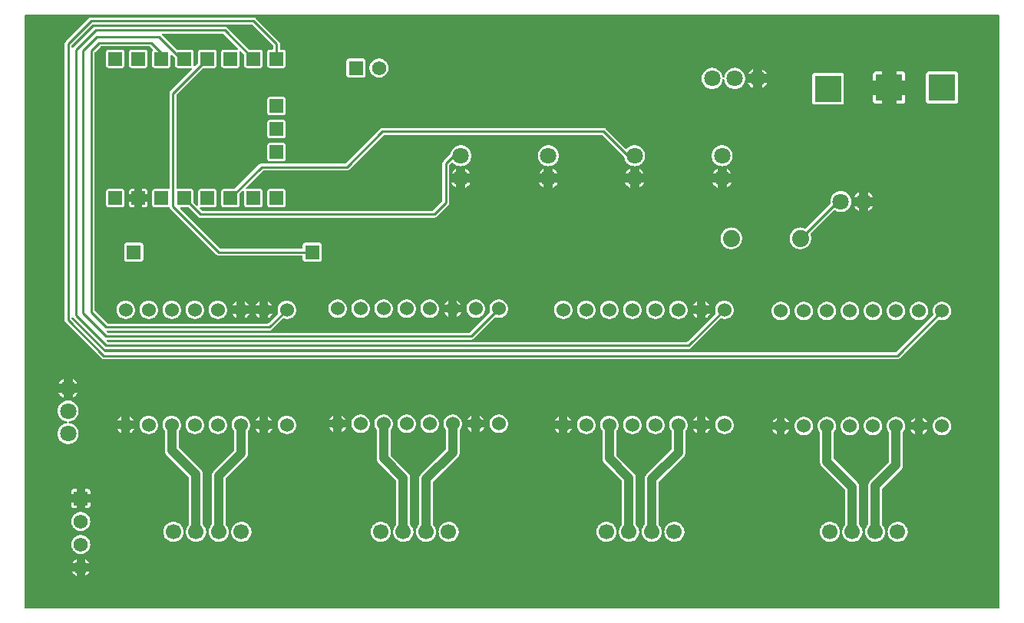
<source format=gbl>
G04 Layer: BottomLayer*
G04 EasyEDA v6.5.22, 2023-02-28 18:31:49*
G04 0f5abc17f4e243e5a26b6cc200d52bdd,5d2348555bc34ac8837521f0f1db218d,10*
G04 Gerber Generator version 0.2*
G04 Scale: 100 percent, Rotated: No, Reflected: No *
G04 Dimensions in millimeters *
G04 leading zeros omitted , absolute positions ,4 integer and 5 decimal *
%FSLAX45Y45*%
%MOMM*%

%ADD10C,0.2540*%
%ADD11C,1.0000*%
%ADD12R,1.5748X1.5748*%
%ADD13C,1.5748*%
%ADD14C,1.8000*%
%ADD15R,1.5000X1.5000*%
%ADD16C,1.7000*%
%ADD17C,1.8796*%
%ADD18C,1.5240*%
%ADD19R,3.0000X3.0000*%
%ADD20R,0.0102X3.0000*%

%LPD*%
G36*
X74168Y325882D02*
G01*
X70256Y326644D01*
X67005Y328879D01*
X64769Y332130D01*
X64008Y336042D01*
X64008Y6863842D01*
X64769Y6867753D01*
X67005Y6871004D01*
X70256Y6873240D01*
X74168Y6874002D01*
X10809732Y6874002D01*
X10813643Y6873240D01*
X10816894Y6871004D01*
X10819130Y6867753D01*
X10819892Y6863842D01*
X10819892Y336042D01*
X10819130Y332130D01*
X10816894Y328879D01*
X10813643Y326644D01*
X10809732Y325882D01*
G37*

%LPC*%
G36*
X1936292Y3517646D02*
G01*
X1949907Y3517646D01*
X1963420Y3519474D01*
X1976577Y3523081D01*
X1989124Y3528364D01*
X2000859Y3535324D01*
X2011578Y3543808D01*
X2021078Y3553612D01*
X2029155Y3564585D01*
X2035708Y3576523D01*
X2040585Y3589274D01*
X2043785Y3602532D01*
X2045106Y3616096D01*
X2044649Y3629710D01*
X2042414Y3643172D01*
X2038350Y3656177D01*
X2032609Y3668572D01*
X2025294Y3680053D01*
X2016506Y3690467D01*
X2006346Y3699611D01*
X1995119Y3707333D01*
X1982978Y3713479D01*
X1970074Y3717950D01*
X1956714Y3720693D01*
X1943100Y3721608D01*
X1929485Y3720693D01*
X1916125Y3717950D01*
X1903222Y3713479D01*
X1891080Y3707333D01*
X1879854Y3699611D01*
X1869693Y3690467D01*
X1860905Y3680053D01*
X1853590Y3668572D01*
X1847850Y3656177D01*
X1843786Y3643172D01*
X1841550Y3629710D01*
X1841093Y3616096D01*
X1842414Y3602532D01*
X1845614Y3589274D01*
X1850491Y3576523D01*
X1857044Y3564585D01*
X1865122Y3553612D01*
X1874621Y3543808D01*
X1885340Y3535324D01*
X1897075Y3528364D01*
X1909622Y3523081D01*
X1922780Y3519474D01*
G37*
G36*
X731520Y680821D02*
G01*
X738124Y684072D01*
X749503Y691692D01*
X759764Y700735D01*
X768807Y710996D01*
X776427Y722376D01*
X779678Y728980D01*
X731520Y728980D01*
G37*
G36*
X591921Y820419D02*
G01*
X640080Y820419D01*
X640080Y868578D01*
X633476Y865327D01*
X622096Y857707D01*
X611835Y848664D01*
X602792Y838403D01*
X595172Y827024D01*
G37*
G36*
X731520Y820419D02*
G01*
X779678Y820419D01*
X776427Y827024D01*
X768807Y838403D01*
X759764Y848664D01*
X749503Y857707D01*
X738124Y865327D01*
X731520Y868578D01*
G37*
G36*
X685800Y924052D02*
G01*
X699465Y924966D01*
X712876Y927658D01*
X725830Y932027D01*
X738124Y938072D01*
X749503Y945692D01*
X759764Y954735D01*
X768807Y964996D01*
X776427Y976376D01*
X782472Y988669D01*
X786841Y1001623D01*
X789533Y1015034D01*
X790448Y1028700D01*
X789533Y1042365D01*
X786841Y1055776D01*
X782472Y1068730D01*
X776427Y1081024D01*
X768807Y1092403D01*
X759764Y1102664D01*
X749503Y1111707D01*
X738124Y1119327D01*
X725830Y1125372D01*
X712876Y1129741D01*
X699465Y1132433D01*
X685800Y1133348D01*
X672134Y1132433D01*
X658723Y1129741D01*
X645769Y1125372D01*
X633476Y1119327D01*
X622096Y1111707D01*
X611835Y1102664D01*
X602792Y1092403D01*
X595172Y1081024D01*
X589127Y1068730D01*
X584758Y1055776D01*
X582066Y1042365D01*
X581152Y1028700D01*
X582066Y1015034D01*
X584758Y1001623D01*
X589127Y988669D01*
X595172Y976376D01*
X602792Y964996D01*
X611835Y954735D01*
X622096Y945692D01*
X633476Y938072D01*
X645769Y932027D01*
X658723Y927658D01*
X672134Y924966D01*
G37*
G36*
X4740249Y1057554D02*
G01*
X4754473Y1058011D01*
X4768494Y1060297D01*
X4782108Y1064310D01*
X4795113Y1070102D01*
X4807254Y1077468D01*
X4818329Y1086307D01*
X4828235Y1096518D01*
X4836718Y1107897D01*
X4843729Y1120292D01*
X4849063Y1133449D01*
X4852619Y1147216D01*
X4854448Y1161288D01*
X4854448Y1175512D01*
X4852619Y1189583D01*
X4849063Y1203350D01*
X4843729Y1216507D01*
X4836718Y1228902D01*
X4828235Y1240282D01*
X4818329Y1250492D01*
X4807254Y1259332D01*
X4795113Y1266698D01*
X4782108Y1272438D01*
X4768494Y1276502D01*
X4754473Y1278788D01*
X4740249Y1279245D01*
X4726127Y1277874D01*
X4712258Y1274724D01*
X4698898Y1269796D01*
X4686300Y1263243D01*
X4674666Y1255115D01*
X4664151Y1245565D01*
X4654956Y1234744D01*
X4647184Y1222806D01*
X4641037Y1210005D01*
X4636516Y1196543D01*
X4633823Y1182573D01*
X4632909Y1168400D01*
X4633823Y1154226D01*
X4636516Y1140256D01*
X4641037Y1126794D01*
X4647184Y1113993D01*
X4654956Y1102055D01*
X4664151Y1091234D01*
X4674666Y1081684D01*
X4686300Y1073556D01*
X4698898Y1067003D01*
X4712258Y1062075D01*
X4726127Y1058926D01*
G37*
G36*
X7229449Y1057554D02*
G01*
X7243673Y1058011D01*
X7257694Y1060297D01*
X7271308Y1064310D01*
X7284313Y1070102D01*
X7296454Y1077468D01*
X7307529Y1086307D01*
X7317435Y1096518D01*
X7325918Y1107897D01*
X7332929Y1120292D01*
X7338263Y1133449D01*
X7341819Y1147216D01*
X7343648Y1161288D01*
X7343648Y1175512D01*
X7341819Y1189583D01*
X7338263Y1203350D01*
X7332929Y1216507D01*
X7325918Y1228902D01*
X7317435Y1240282D01*
X7307529Y1250492D01*
X7296454Y1259332D01*
X7284313Y1266698D01*
X7271308Y1272438D01*
X7257694Y1276502D01*
X7243673Y1278788D01*
X7229449Y1279245D01*
X7215327Y1277874D01*
X7201458Y1274724D01*
X7188098Y1269796D01*
X7175500Y1263243D01*
X7163866Y1255115D01*
X7153351Y1245565D01*
X7144156Y1234744D01*
X7136384Y1222806D01*
X7130237Y1210005D01*
X7125716Y1196543D01*
X7123023Y1182573D01*
X7122109Y1168400D01*
X7123023Y1154226D01*
X7125716Y1140256D01*
X7130237Y1126794D01*
X7136384Y1113993D01*
X7144156Y1102055D01*
X7153351Y1091234D01*
X7163866Y1081684D01*
X7175500Y1073556D01*
X7188098Y1067003D01*
X7201458Y1062075D01*
X7215327Y1058926D01*
G37*
G36*
X8943238Y1057554D02*
G01*
X8957462Y1058011D01*
X8971483Y1060297D01*
X8985097Y1064310D01*
X8998102Y1070102D01*
X9010243Y1077468D01*
X9021368Y1086307D01*
X9031224Y1096518D01*
X9039707Y1107897D01*
X9046718Y1120292D01*
X9052052Y1133449D01*
X9055658Y1147216D01*
X9057436Y1161288D01*
X9057436Y1175512D01*
X9055658Y1189583D01*
X9052052Y1203350D01*
X9046718Y1216507D01*
X9039707Y1228902D01*
X9031224Y1240282D01*
X9021368Y1250492D01*
X9010243Y1259332D01*
X8998102Y1266698D01*
X8985097Y1272438D01*
X8971483Y1276502D01*
X8957462Y1278788D01*
X8943238Y1279245D01*
X8929116Y1277874D01*
X8915247Y1274724D01*
X8901938Y1269796D01*
X8889339Y1263243D01*
X8877655Y1255115D01*
X8867140Y1245565D01*
X8857945Y1234744D01*
X8850172Y1222806D01*
X8844026Y1210005D01*
X8839555Y1196543D01*
X8836812Y1182573D01*
X8835898Y1168400D01*
X8836812Y1154226D01*
X8839555Y1140256D01*
X8844026Y1126794D01*
X8850172Y1113993D01*
X8857945Y1102055D01*
X8867140Y1091234D01*
X8877655Y1081684D01*
X8889339Y1073556D01*
X8901938Y1067003D01*
X8915247Y1062075D01*
X8929116Y1058926D01*
G37*
G36*
X6479438Y1057554D02*
G01*
X6493662Y1058011D01*
X6507683Y1060297D01*
X6521297Y1064310D01*
X6534302Y1070102D01*
X6546443Y1077468D01*
X6557568Y1086307D01*
X6567424Y1096518D01*
X6575907Y1107897D01*
X6582918Y1120292D01*
X6588252Y1133449D01*
X6591858Y1147216D01*
X6593636Y1161288D01*
X6593636Y1175512D01*
X6591858Y1189583D01*
X6588252Y1203350D01*
X6582918Y1216507D01*
X6575907Y1228902D01*
X6567424Y1240282D01*
X6557568Y1250492D01*
X6546443Y1259332D01*
X6534302Y1266698D01*
X6521297Y1272438D01*
X6507683Y1276502D01*
X6493662Y1278788D01*
X6479438Y1279245D01*
X6465316Y1277874D01*
X6451447Y1274724D01*
X6438138Y1269796D01*
X6425539Y1263243D01*
X6413855Y1255115D01*
X6403340Y1245565D01*
X6394145Y1234744D01*
X6386372Y1222806D01*
X6380226Y1210005D01*
X6375755Y1196543D01*
X6373012Y1182573D01*
X6372098Y1168400D01*
X6373012Y1154226D01*
X6375755Y1140256D01*
X6380226Y1126794D01*
X6386372Y1113993D01*
X6394145Y1102055D01*
X6403340Y1091234D01*
X6413855Y1081684D01*
X6425539Y1073556D01*
X6438138Y1067003D01*
X6451447Y1062075D01*
X6465316Y1058926D01*
G37*
G36*
X3990238Y1057554D02*
G01*
X4004462Y1058011D01*
X4018483Y1060297D01*
X4032097Y1064310D01*
X4045102Y1070102D01*
X4057243Y1077468D01*
X4068368Y1086307D01*
X4078224Y1096518D01*
X4086707Y1107897D01*
X4093718Y1120292D01*
X4099051Y1133449D01*
X4102658Y1147216D01*
X4104436Y1161288D01*
X4104436Y1175512D01*
X4102658Y1189583D01*
X4099051Y1203350D01*
X4093718Y1216507D01*
X4086707Y1228902D01*
X4078224Y1240282D01*
X4068368Y1250492D01*
X4057243Y1259332D01*
X4045102Y1266698D01*
X4032097Y1272438D01*
X4018483Y1276502D01*
X4004462Y1278788D01*
X3990238Y1279245D01*
X3976115Y1277874D01*
X3962247Y1274724D01*
X3948937Y1269796D01*
X3936339Y1263243D01*
X3924655Y1255115D01*
X3914140Y1245565D01*
X3904945Y1234744D01*
X3897172Y1222806D01*
X3891026Y1210005D01*
X3886555Y1196543D01*
X3883812Y1182573D01*
X3882898Y1168400D01*
X3883812Y1154226D01*
X3886555Y1140256D01*
X3891026Y1126794D01*
X3897172Y1113993D01*
X3904945Y1102055D01*
X3914140Y1091234D01*
X3924655Y1081684D01*
X3936339Y1073556D01*
X3948937Y1067003D01*
X3962247Y1062075D01*
X3976115Y1058926D01*
G37*
G36*
X9693249Y1057554D02*
G01*
X9707473Y1058011D01*
X9721494Y1060297D01*
X9735108Y1064310D01*
X9748113Y1070102D01*
X9760254Y1077468D01*
X9771329Y1086307D01*
X9781235Y1096518D01*
X9789718Y1107897D01*
X9796729Y1120292D01*
X9802063Y1133449D01*
X9805619Y1147216D01*
X9807448Y1161288D01*
X9807448Y1175512D01*
X9805619Y1189583D01*
X9802063Y1203350D01*
X9796729Y1216507D01*
X9789718Y1228902D01*
X9781235Y1240282D01*
X9771329Y1250492D01*
X9760254Y1259332D01*
X9748113Y1266698D01*
X9735108Y1272438D01*
X9721494Y1276502D01*
X9707473Y1278788D01*
X9693249Y1279245D01*
X9679127Y1277874D01*
X9665258Y1274724D01*
X9651898Y1269796D01*
X9639300Y1263243D01*
X9627666Y1255115D01*
X9617151Y1245565D01*
X9607956Y1234744D01*
X9600184Y1222806D01*
X9594037Y1210005D01*
X9589516Y1196543D01*
X9586823Y1182573D01*
X9585909Y1168400D01*
X9586823Y1154226D01*
X9589516Y1140256D01*
X9594037Y1126794D01*
X9600184Y1113993D01*
X9607956Y1102055D01*
X9617151Y1091234D01*
X9627666Y1081684D01*
X9639300Y1073556D01*
X9651898Y1067003D01*
X9665258Y1062075D01*
X9679127Y1058926D01*
G37*
G36*
X6729425Y1057554D02*
G01*
X6743649Y1058011D01*
X6757670Y1060297D01*
X6771284Y1064310D01*
X6784289Y1070102D01*
X6796430Y1077468D01*
X6807555Y1086307D01*
X6817410Y1096518D01*
X6825945Y1107897D01*
X6832904Y1120292D01*
X6838238Y1133449D01*
X6841845Y1147216D01*
X6843674Y1161288D01*
X6843674Y1175512D01*
X6841845Y1189583D01*
X6838238Y1203350D01*
X6832904Y1216507D01*
X6825945Y1228902D01*
X6817410Y1240282D01*
X6811772Y1246124D01*
X6809638Y1249375D01*
X6808927Y1253185D01*
X6808876Y1765960D01*
X6808063Y1774799D01*
X6805472Y1785823D01*
X6804710Y1788160D01*
X6801307Y1796389D01*
X6800189Y1798574D01*
X6795617Y1806193D01*
X6794195Y1808225D01*
X6788505Y1815033D01*
X6593992Y2009648D01*
X6591757Y2012950D01*
X6590995Y2016861D01*
X6590995Y2277465D01*
X6591503Y2280666D01*
X6592976Y2283510D01*
X6601155Y2294585D01*
X6607708Y2306523D01*
X6612585Y2319274D01*
X6615785Y2332532D01*
X6617106Y2346096D01*
X6616649Y2359710D01*
X6614414Y2373172D01*
X6610350Y2386177D01*
X6604609Y2398572D01*
X6597294Y2410053D01*
X6588506Y2420467D01*
X6578346Y2429611D01*
X6567119Y2437333D01*
X6554978Y2443480D01*
X6542074Y2447950D01*
X6528714Y2450693D01*
X6515100Y2451608D01*
X6501485Y2450693D01*
X6488125Y2447950D01*
X6475222Y2443480D01*
X6463080Y2437333D01*
X6451854Y2429611D01*
X6441694Y2420467D01*
X6432905Y2410053D01*
X6425590Y2398572D01*
X6419850Y2386177D01*
X6415786Y2373172D01*
X6413550Y2359710D01*
X6413093Y2346096D01*
X6414414Y2332532D01*
X6417614Y2319274D01*
X6422491Y2306523D01*
X6429044Y2294585D01*
X6437223Y2283510D01*
X6438696Y2280666D01*
X6439204Y2277465D01*
X6439255Y1978558D01*
X6440068Y1969719D01*
X6440474Y1967280D01*
X6442608Y1958644D01*
X6443370Y1956307D01*
X6446774Y1948078D01*
X6447891Y1945893D01*
X6452514Y1938274D01*
X6459575Y1929434D01*
X6654139Y1734820D01*
X6656324Y1731518D01*
X6657086Y1727657D01*
X6657086Y1253439D01*
X6656222Y1249324D01*
X6653326Y1245565D01*
X6644131Y1234744D01*
X6636359Y1222806D01*
X6630212Y1210005D01*
X6625742Y1196543D01*
X6622999Y1182573D01*
X6622135Y1168400D01*
X6622999Y1154226D01*
X6625742Y1140256D01*
X6630212Y1126794D01*
X6636359Y1113993D01*
X6644131Y1102055D01*
X6653326Y1091234D01*
X6663842Y1081684D01*
X6675526Y1073556D01*
X6688124Y1067003D01*
X6701434Y1062075D01*
X6715302Y1058926D01*
G37*
G36*
X4240225Y1057554D02*
G01*
X4254449Y1058011D01*
X4268470Y1060297D01*
X4282084Y1064310D01*
X4295089Y1070102D01*
X4307230Y1077468D01*
X4318355Y1086307D01*
X4328210Y1096518D01*
X4336745Y1107897D01*
X4343704Y1120292D01*
X4349038Y1133449D01*
X4352645Y1147216D01*
X4354474Y1161288D01*
X4354474Y1175512D01*
X4352645Y1189583D01*
X4349038Y1203350D01*
X4343704Y1216507D01*
X4336745Y1228902D01*
X4328210Y1240282D01*
X4322572Y1246124D01*
X4320438Y1249375D01*
X4319727Y1253185D01*
X4319676Y1765960D01*
X4318863Y1774799D01*
X4316272Y1785823D01*
X4315510Y1788160D01*
X4312107Y1796389D01*
X4310989Y1798574D01*
X4306417Y1806193D01*
X4304995Y1808225D01*
X4299305Y1815033D01*
X4104792Y2009648D01*
X4102557Y2012950D01*
X4101795Y2016861D01*
X4101795Y2290165D01*
X4102303Y2293366D01*
X4103776Y2296210D01*
X4111955Y2307285D01*
X4118508Y2319223D01*
X4123385Y2331974D01*
X4126585Y2345232D01*
X4127906Y2358796D01*
X4127449Y2372410D01*
X4125214Y2385872D01*
X4121150Y2398877D01*
X4115409Y2411272D01*
X4108094Y2422753D01*
X4099306Y2433167D01*
X4089146Y2442311D01*
X4077919Y2450033D01*
X4065778Y2456180D01*
X4052874Y2460650D01*
X4039514Y2463393D01*
X4025900Y2464308D01*
X4012285Y2463393D01*
X3998925Y2460650D01*
X3986022Y2456180D01*
X3973880Y2450033D01*
X3962654Y2442311D01*
X3952494Y2433167D01*
X3943705Y2422753D01*
X3936390Y2411272D01*
X3930650Y2398877D01*
X3926586Y2385872D01*
X3924350Y2372410D01*
X3923893Y2358796D01*
X3925214Y2345232D01*
X3928414Y2331974D01*
X3933291Y2319223D01*
X3939844Y2307285D01*
X3948023Y2296210D01*
X3949496Y2293366D01*
X3950004Y2290165D01*
X3950055Y1978558D01*
X3950868Y1969719D01*
X3951274Y1967280D01*
X3953408Y1958644D01*
X3954170Y1956307D01*
X3957574Y1948078D01*
X3958691Y1945893D01*
X3963314Y1938274D01*
X3970375Y1929434D01*
X4164939Y1734820D01*
X4167124Y1731518D01*
X4167886Y1727657D01*
X4167886Y1253439D01*
X4167022Y1249324D01*
X4164126Y1245565D01*
X4154932Y1234744D01*
X4147159Y1222806D01*
X4141012Y1210005D01*
X4136542Y1196543D01*
X4133799Y1182573D01*
X4132935Y1168400D01*
X4133799Y1154226D01*
X4136542Y1140256D01*
X4141012Y1126794D01*
X4147159Y1113993D01*
X4154932Y1102055D01*
X4164126Y1091234D01*
X4174642Y1081684D01*
X4186326Y1073556D01*
X4198924Y1067003D01*
X4212234Y1062075D01*
X4226102Y1058926D01*
G37*
G36*
X9443262Y1057554D02*
G01*
X9457436Y1058011D01*
X9471456Y1060297D01*
X9485071Y1064310D01*
X9498076Y1070102D01*
X9510217Y1077468D01*
X9521342Y1086307D01*
X9531248Y1096518D01*
X9539732Y1107897D01*
X9546691Y1120292D01*
X9552025Y1133449D01*
X9555632Y1147216D01*
X9557461Y1161288D01*
X9557461Y1175512D01*
X9555632Y1189583D01*
X9552025Y1203350D01*
X9546691Y1216507D01*
X9539732Y1228902D01*
X9531248Y1240282D01*
X9525558Y1246124D01*
X9523425Y1249375D01*
X9522714Y1253185D01*
X9522714Y1638757D01*
X9523476Y1642618D01*
X9525660Y1645920D01*
X9732924Y1853234D01*
X9739985Y1862074D01*
X9744608Y1869693D01*
X9745726Y1871878D01*
X9749129Y1880107D01*
X9749891Y1882444D01*
X9752025Y1891080D01*
X9752431Y1893519D01*
X9753244Y1902358D01*
X9753295Y2264765D01*
X9753803Y2267966D01*
X9755276Y2270810D01*
X9763455Y2281885D01*
X9770008Y2293823D01*
X9774885Y2306574D01*
X9778085Y2319832D01*
X9779406Y2333396D01*
X9778949Y2347010D01*
X9776714Y2360472D01*
X9772650Y2373477D01*
X9766909Y2385872D01*
X9759594Y2397353D01*
X9750806Y2407767D01*
X9740646Y2416911D01*
X9729419Y2424633D01*
X9717278Y2430780D01*
X9704374Y2435250D01*
X9691014Y2437993D01*
X9677400Y2438908D01*
X9663785Y2437993D01*
X9650425Y2435250D01*
X9637522Y2430780D01*
X9625380Y2424633D01*
X9614154Y2416911D01*
X9603994Y2407767D01*
X9595205Y2397353D01*
X9587890Y2385872D01*
X9582150Y2373477D01*
X9578086Y2360472D01*
X9575850Y2347010D01*
X9575393Y2333396D01*
X9576714Y2319832D01*
X9579914Y2306574D01*
X9584791Y2293823D01*
X9591344Y2281885D01*
X9599523Y2270810D01*
X9600996Y2267966D01*
X9601504Y2264765D01*
X9601504Y1940661D01*
X9600742Y1936750D01*
X9598507Y1933448D01*
X9391294Y1726184D01*
X9385604Y1719325D01*
X9384182Y1717293D01*
X9379610Y1709674D01*
X9378492Y1707489D01*
X9375089Y1699310D01*
X9374327Y1696974D01*
X9372193Y1688338D01*
X9371787Y1685899D01*
X9370923Y1677060D01*
X9370872Y1253439D01*
X9370009Y1249324D01*
X9367164Y1245565D01*
X9357918Y1234744D01*
X9350197Y1222806D01*
X9343999Y1210005D01*
X9339529Y1196543D01*
X9336836Y1182573D01*
X9335922Y1168400D01*
X9336836Y1154226D01*
X9339529Y1140256D01*
X9343999Y1126794D01*
X9350197Y1113993D01*
X9357918Y1102055D01*
X9367164Y1091234D01*
X9377680Y1081684D01*
X9389313Y1073556D01*
X9401911Y1067003D01*
X9415272Y1062075D01*
X9429089Y1058926D01*
G37*
G36*
X9193225Y1057554D02*
G01*
X9207449Y1058011D01*
X9221470Y1060297D01*
X9235084Y1064310D01*
X9248089Y1070102D01*
X9260230Y1077468D01*
X9271355Y1086307D01*
X9281210Y1096518D01*
X9289745Y1107897D01*
X9296704Y1120292D01*
X9302038Y1133449D01*
X9305645Y1147216D01*
X9307474Y1161288D01*
X9307474Y1175512D01*
X9305645Y1189583D01*
X9302038Y1203350D01*
X9296704Y1216507D01*
X9289745Y1228902D01*
X9281210Y1240282D01*
X9275622Y1246073D01*
X9273489Y1249375D01*
X9272727Y1253185D01*
X9272676Y1664309D01*
X9271863Y1673148D01*
X9271457Y1675587D01*
X9269323Y1684223D01*
X9268561Y1686560D01*
X9265158Y1694789D01*
X9264040Y1696974D01*
X9259417Y1704593D01*
X9252356Y1713433D01*
X8994292Y1971548D01*
X8992057Y1974850D01*
X8991295Y1978761D01*
X8991295Y2264765D01*
X8991803Y2267966D01*
X8993276Y2270810D01*
X9001455Y2281885D01*
X9008008Y2293823D01*
X9012885Y2306574D01*
X9016085Y2319832D01*
X9017406Y2333396D01*
X9016949Y2347010D01*
X9014714Y2360472D01*
X9010650Y2373477D01*
X9004909Y2385872D01*
X8997594Y2397353D01*
X8988806Y2407767D01*
X8978646Y2416911D01*
X8967419Y2424633D01*
X8955278Y2430780D01*
X8942374Y2435250D01*
X8929014Y2437993D01*
X8915400Y2438908D01*
X8901785Y2437993D01*
X8888425Y2435250D01*
X8875522Y2430780D01*
X8863380Y2424633D01*
X8852154Y2416911D01*
X8841994Y2407767D01*
X8833205Y2397353D01*
X8825890Y2385872D01*
X8820150Y2373477D01*
X8816086Y2360472D01*
X8813850Y2347010D01*
X8813393Y2333396D01*
X8814714Y2319832D01*
X8817914Y2306574D01*
X8822791Y2293823D01*
X8829344Y2281885D01*
X8837523Y2270810D01*
X8838996Y2267966D01*
X8839504Y2264765D01*
X8839555Y1940458D01*
X8840368Y1931619D01*
X8840774Y1929180D01*
X8842908Y1920544D01*
X8843670Y1918207D01*
X8847074Y1909978D01*
X8848191Y1907793D01*
X8852814Y1900174D01*
X8859875Y1891334D01*
X9117939Y1633220D01*
X9120174Y1629918D01*
X9120936Y1626006D01*
X9120936Y1253490D01*
X9120073Y1249375D01*
X9117126Y1245565D01*
X9107932Y1234744D01*
X9100159Y1222806D01*
X9094012Y1210005D01*
X9089542Y1196543D01*
X9086799Y1182573D01*
X9085935Y1168400D01*
X9086799Y1154226D01*
X9089542Y1140256D01*
X9094012Y1126794D01*
X9100159Y1113993D01*
X9107932Y1102055D01*
X9117126Y1091234D01*
X9127642Y1081684D01*
X9139326Y1073556D01*
X9151924Y1067003D01*
X9165234Y1062075D01*
X9179102Y1058926D01*
G37*
G36*
X6979462Y1057554D02*
G01*
X6993636Y1058011D01*
X7007656Y1060297D01*
X7021271Y1064310D01*
X7034275Y1070102D01*
X7046417Y1077468D01*
X7057542Y1086307D01*
X7067448Y1096518D01*
X7075931Y1107897D01*
X7082891Y1120292D01*
X7088225Y1133449D01*
X7091832Y1147216D01*
X7093661Y1161288D01*
X7093661Y1175512D01*
X7091832Y1189583D01*
X7088225Y1203350D01*
X7082891Y1216507D01*
X7075931Y1228902D01*
X7067448Y1240282D01*
X7061758Y1246174D01*
X7059625Y1249426D01*
X7058863Y1253236D01*
X7058863Y1714906D01*
X7059625Y1718818D01*
X7061860Y1722120D01*
X7332624Y1992934D01*
X7339685Y2001774D01*
X7344308Y2009393D01*
X7345425Y2011578D01*
X7348829Y2019807D01*
X7349591Y2022144D01*
X7351725Y2030780D01*
X7352131Y2033219D01*
X7352944Y2042058D01*
X7352995Y2277465D01*
X7353503Y2280666D01*
X7354976Y2283510D01*
X7363155Y2294585D01*
X7369708Y2306523D01*
X7374585Y2319274D01*
X7377785Y2332532D01*
X7379106Y2346096D01*
X7378649Y2359710D01*
X7376414Y2373172D01*
X7372350Y2386177D01*
X7366609Y2398572D01*
X7359294Y2410053D01*
X7350506Y2420467D01*
X7340346Y2429611D01*
X7329119Y2437333D01*
X7316978Y2443480D01*
X7304074Y2447950D01*
X7290714Y2450693D01*
X7277100Y2451608D01*
X7263485Y2450693D01*
X7250125Y2447950D01*
X7237222Y2443480D01*
X7225080Y2437333D01*
X7213853Y2429611D01*
X7203694Y2420467D01*
X7194905Y2410053D01*
X7187590Y2398572D01*
X7181850Y2386177D01*
X7177786Y2373172D01*
X7175550Y2359710D01*
X7175093Y2346096D01*
X7176414Y2332532D01*
X7179614Y2319274D01*
X7184491Y2306523D01*
X7191044Y2294585D01*
X7199223Y2283510D01*
X7200696Y2280666D01*
X7201204Y2277465D01*
X7201204Y2080361D01*
X7200442Y2076450D01*
X7198207Y2073148D01*
X6927443Y1802333D01*
X6920382Y1793493D01*
X6915759Y1785874D01*
X6914642Y1783689D01*
X6911238Y1775460D01*
X6910476Y1773123D01*
X6908342Y1764487D01*
X6907936Y1762048D01*
X6907123Y1753209D01*
X6907072Y1253439D01*
X6906209Y1249324D01*
X6903364Y1245565D01*
X6894118Y1234744D01*
X6886397Y1222806D01*
X6880199Y1210005D01*
X6875729Y1196543D01*
X6873036Y1182573D01*
X6872122Y1168400D01*
X6873036Y1154226D01*
X6875729Y1140256D01*
X6880199Y1126794D01*
X6886397Y1113993D01*
X6894118Y1102055D01*
X6903364Y1091234D01*
X6913880Y1081684D01*
X6925513Y1073556D01*
X6938111Y1067003D01*
X6951472Y1062075D01*
X6965289Y1058926D01*
G37*
G36*
X4490262Y1057554D02*
G01*
X4504436Y1058011D01*
X4518456Y1060297D01*
X4532071Y1064310D01*
X4545076Y1070102D01*
X4557217Y1077468D01*
X4568342Y1086307D01*
X4578248Y1096518D01*
X4586732Y1107897D01*
X4593691Y1120292D01*
X4599025Y1133449D01*
X4602632Y1147216D01*
X4604461Y1161288D01*
X4604461Y1175512D01*
X4602632Y1189583D01*
X4599025Y1203350D01*
X4593691Y1216507D01*
X4586732Y1228902D01*
X4578248Y1240282D01*
X4572558Y1246174D01*
X4570425Y1249426D01*
X4569663Y1253236D01*
X4569663Y1714906D01*
X4570425Y1718818D01*
X4572660Y1722120D01*
X4843424Y1992934D01*
X4850485Y2001774D01*
X4855108Y2009393D01*
X4856226Y2011578D01*
X4859629Y2019807D01*
X4860391Y2022144D01*
X4862525Y2030780D01*
X4862931Y2033219D01*
X4863744Y2042058D01*
X4863795Y2290165D01*
X4864303Y2293366D01*
X4865776Y2296210D01*
X4873955Y2307285D01*
X4880508Y2319223D01*
X4885385Y2331974D01*
X4888585Y2345232D01*
X4889906Y2358796D01*
X4889449Y2372410D01*
X4887214Y2385872D01*
X4883150Y2398877D01*
X4877409Y2411272D01*
X4870094Y2422753D01*
X4861306Y2433167D01*
X4851146Y2442311D01*
X4839919Y2450033D01*
X4827778Y2456180D01*
X4814874Y2460650D01*
X4801514Y2463393D01*
X4787900Y2464308D01*
X4774285Y2463393D01*
X4760925Y2460650D01*
X4748022Y2456180D01*
X4735880Y2450033D01*
X4724654Y2442311D01*
X4714494Y2433167D01*
X4705705Y2422753D01*
X4698390Y2411272D01*
X4692650Y2398877D01*
X4688586Y2385872D01*
X4686350Y2372410D01*
X4685893Y2358796D01*
X4687214Y2345232D01*
X4690414Y2331974D01*
X4695291Y2319223D01*
X4701844Y2307285D01*
X4710023Y2296210D01*
X4711496Y2293366D01*
X4712004Y2290165D01*
X4712004Y2080361D01*
X4711242Y2076450D01*
X4709007Y2073148D01*
X4438243Y1802333D01*
X4431182Y1793493D01*
X4426559Y1785874D01*
X4425442Y1783689D01*
X4422038Y1775460D01*
X4421276Y1773123D01*
X4419142Y1764487D01*
X4418736Y1762048D01*
X4417923Y1753209D01*
X4417872Y1253439D01*
X4417009Y1249324D01*
X4414164Y1245565D01*
X4404918Y1234744D01*
X4397197Y1222806D01*
X4390999Y1210005D01*
X4386529Y1196543D01*
X4383836Y1182573D01*
X4382922Y1168400D01*
X4383836Y1154226D01*
X4386529Y1140256D01*
X4390999Y1126794D01*
X4397197Y1113993D01*
X4404918Y1102055D01*
X4414164Y1091234D01*
X4424680Y1081684D01*
X4436313Y1073556D01*
X4448911Y1067003D01*
X4462272Y1062075D01*
X4476089Y1058926D01*
G37*
G36*
X1704136Y1057656D02*
G01*
X1718360Y1058113D01*
X1732381Y1060399D01*
X1745996Y1064412D01*
X1759000Y1070203D01*
X1771142Y1077569D01*
X1782267Y1086408D01*
X1792122Y1096619D01*
X1800606Y1107998D01*
X1807616Y1120394D01*
X1812950Y1133551D01*
X1816557Y1147318D01*
X1818335Y1161389D01*
X1818335Y1175613D01*
X1816557Y1189685D01*
X1812950Y1203452D01*
X1807616Y1216609D01*
X1800606Y1229004D01*
X1792122Y1240383D01*
X1782267Y1250594D01*
X1771142Y1259433D01*
X1759000Y1266799D01*
X1745996Y1272540D01*
X1732381Y1276604D01*
X1718360Y1278890D01*
X1704136Y1279296D01*
X1690014Y1277975D01*
X1676146Y1274775D01*
X1662785Y1269898D01*
X1650187Y1263294D01*
X1638554Y1255166D01*
X1628038Y1245616D01*
X1618843Y1234795D01*
X1611071Y1222908D01*
X1604924Y1210106D01*
X1600454Y1196594D01*
X1597710Y1182674D01*
X1596796Y1168501D01*
X1597710Y1154328D01*
X1600454Y1140358D01*
X1604924Y1126896D01*
X1611071Y1114094D01*
X1618843Y1102156D01*
X1628038Y1091336D01*
X1638554Y1081786D01*
X1650187Y1073658D01*
X1662785Y1067104D01*
X1676146Y1062177D01*
X1690014Y1059027D01*
G37*
G36*
X2454148Y1057656D02*
G01*
X2468321Y1058113D01*
X2482392Y1060399D01*
X2496007Y1064412D01*
X2508961Y1070203D01*
X2521153Y1077569D01*
X2532227Y1086408D01*
X2542133Y1096619D01*
X2550617Y1107998D01*
X2557576Y1120394D01*
X2562910Y1133551D01*
X2566517Y1147318D01*
X2568346Y1161389D01*
X2568346Y1175613D01*
X2566517Y1189685D01*
X2562910Y1203452D01*
X2557576Y1216609D01*
X2550617Y1229004D01*
X2542133Y1240383D01*
X2532227Y1250594D01*
X2521153Y1259433D01*
X2508961Y1266799D01*
X2496007Y1272540D01*
X2482392Y1276604D01*
X2468321Y1278890D01*
X2454148Y1279296D01*
X2439974Y1277975D01*
X2426157Y1274775D01*
X2412796Y1269898D01*
X2400198Y1263294D01*
X2388565Y1255166D01*
X2378049Y1245616D01*
X2368804Y1234795D01*
X2361082Y1222908D01*
X2354935Y1210106D01*
X2350414Y1196594D01*
X2347722Y1182674D01*
X2346807Y1168501D01*
X2347722Y1154328D01*
X2350414Y1140358D01*
X2354935Y1126896D01*
X2361082Y1114094D01*
X2368804Y1102156D01*
X2378049Y1091336D01*
X2388565Y1081786D01*
X2400198Y1073658D01*
X2412796Y1067104D01*
X2426157Y1062177D01*
X2439974Y1059027D01*
G37*
G36*
X2204161Y1057656D02*
G01*
X2218334Y1058113D01*
X2232355Y1060399D01*
X2245969Y1064412D01*
X2258974Y1070203D01*
X2271115Y1077569D01*
X2282240Y1086408D01*
X2292146Y1096619D01*
X2300630Y1107998D01*
X2307590Y1120394D01*
X2312924Y1133551D01*
X2316530Y1147318D01*
X2318359Y1161389D01*
X2318359Y1175613D01*
X2316530Y1189685D01*
X2312924Y1203452D01*
X2307590Y1216609D01*
X2300630Y1229004D01*
X2292146Y1240383D01*
X2286457Y1246225D01*
X2284323Y1249476D01*
X2283612Y1253286D01*
X2283612Y1752955D01*
X2284374Y1756816D01*
X2286558Y1760118D01*
X2506624Y1980234D01*
X2513685Y1989074D01*
X2518308Y1996693D01*
X2519426Y1998878D01*
X2522829Y2007107D01*
X2523591Y2009444D01*
X2525725Y2018080D01*
X2526131Y2020519D01*
X2526944Y2029358D01*
X2526995Y2277465D01*
X2527503Y2280666D01*
X2528976Y2283510D01*
X2537155Y2294585D01*
X2543708Y2306523D01*
X2548585Y2319274D01*
X2551785Y2332532D01*
X2553106Y2346096D01*
X2552649Y2359710D01*
X2550414Y2373172D01*
X2546350Y2386177D01*
X2540609Y2398572D01*
X2533294Y2410053D01*
X2524506Y2420467D01*
X2514346Y2429611D01*
X2503119Y2437333D01*
X2490978Y2443480D01*
X2478074Y2447950D01*
X2464714Y2450693D01*
X2451100Y2451608D01*
X2437485Y2450693D01*
X2424125Y2447950D01*
X2411222Y2443480D01*
X2399080Y2437333D01*
X2387854Y2429611D01*
X2377694Y2420467D01*
X2368905Y2410053D01*
X2361590Y2398572D01*
X2355850Y2386177D01*
X2351786Y2373172D01*
X2349550Y2359710D01*
X2349093Y2346096D01*
X2350414Y2332532D01*
X2353614Y2319274D01*
X2358491Y2306523D01*
X2365044Y2294585D01*
X2373223Y2283510D01*
X2374696Y2280666D01*
X2375204Y2277465D01*
X2375204Y2067661D01*
X2374442Y2063750D01*
X2372207Y2060448D01*
X2152192Y1840382D01*
X2146503Y1833524D01*
X2145080Y1831492D01*
X2140508Y1823872D01*
X2139391Y1821688D01*
X2135987Y1813458D01*
X2135225Y1811121D01*
X2133092Y1802536D01*
X2132685Y1800098D01*
X2131822Y1791258D01*
X2131771Y1253540D01*
X2130907Y1249426D01*
X2128012Y1245616D01*
X2118817Y1234795D01*
X2111095Y1222908D01*
X2104898Y1210106D01*
X2100427Y1196594D01*
X2097735Y1182674D01*
X2096820Y1168501D01*
X2097735Y1154328D01*
X2100427Y1140358D01*
X2104898Y1126896D01*
X2111095Y1114094D01*
X2118817Y1102156D01*
X2128012Y1091336D01*
X2138578Y1081786D01*
X2150211Y1073658D01*
X2162810Y1067104D01*
X2176119Y1062177D01*
X2189988Y1059027D01*
G37*
G36*
X1954123Y1057656D02*
G01*
X1968347Y1058113D01*
X1982368Y1060399D01*
X1995982Y1064412D01*
X2008987Y1070203D01*
X2021128Y1077569D01*
X2032254Y1086408D01*
X2042109Y1096619D01*
X2050643Y1107998D01*
X2057603Y1120394D01*
X2062937Y1133551D01*
X2066543Y1147318D01*
X2068372Y1161389D01*
X2068372Y1175613D01*
X2066543Y1189685D01*
X2062937Y1203452D01*
X2057603Y1216609D01*
X2050643Y1229004D01*
X2042109Y1240383D01*
X2036470Y1246225D01*
X2034336Y1249476D01*
X2033625Y1253286D01*
X2033574Y1804162D01*
X2032711Y1813001D01*
X2032304Y1815439D01*
X2030171Y1824024D01*
X2029409Y1826361D01*
X2026005Y1834591D01*
X2024888Y1836775D01*
X2020316Y1844395D01*
X2018893Y1846427D01*
X2013204Y1853285D01*
X1767992Y2098548D01*
X1765757Y2101850D01*
X1764995Y2105761D01*
X1764995Y2277465D01*
X1765503Y2280666D01*
X1766976Y2283510D01*
X1775155Y2294585D01*
X1781708Y2306523D01*
X1786585Y2319274D01*
X1789785Y2332532D01*
X1791106Y2346096D01*
X1790649Y2359710D01*
X1788414Y2373172D01*
X1784350Y2386177D01*
X1778609Y2398572D01*
X1771294Y2410053D01*
X1762506Y2420467D01*
X1752346Y2429611D01*
X1741119Y2437333D01*
X1728978Y2443480D01*
X1716074Y2447950D01*
X1702714Y2450693D01*
X1689100Y2451608D01*
X1675485Y2450693D01*
X1662125Y2447950D01*
X1649222Y2443480D01*
X1637080Y2437333D01*
X1625854Y2429611D01*
X1615694Y2420467D01*
X1606905Y2410053D01*
X1599590Y2398572D01*
X1593850Y2386177D01*
X1589786Y2373172D01*
X1587550Y2359710D01*
X1587093Y2346096D01*
X1588414Y2332532D01*
X1591614Y2319274D01*
X1596491Y2306523D01*
X1603044Y2294585D01*
X1611223Y2283510D01*
X1612696Y2280666D01*
X1613204Y2277465D01*
X1613255Y2067458D01*
X1614068Y2058619D01*
X1614474Y2056180D01*
X1616608Y2047544D01*
X1617370Y2045207D01*
X1620774Y2036978D01*
X1621891Y2034793D01*
X1626514Y2027174D01*
X1633575Y2018334D01*
X1878838Y1773021D01*
X1881022Y1769719D01*
X1881784Y1765858D01*
X1881784Y1253540D01*
X1880920Y1249426D01*
X1878025Y1245616D01*
X1868830Y1234795D01*
X1861057Y1222908D01*
X1854911Y1210106D01*
X1850440Y1196594D01*
X1847697Y1182674D01*
X1846783Y1168501D01*
X1847697Y1154328D01*
X1850440Y1140358D01*
X1854911Y1126896D01*
X1861057Y1114094D01*
X1868830Y1102156D01*
X1878025Y1091336D01*
X1888540Y1081786D01*
X1900224Y1073658D01*
X1912823Y1067104D01*
X1926132Y1062177D01*
X1940001Y1059027D01*
G37*
G36*
X685800Y1178052D02*
G01*
X699465Y1178966D01*
X712876Y1181658D01*
X725830Y1186027D01*
X738124Y1192072D01*
X749503Y1199692D01*
X759764Y1208735D01*
X768807Y1218996D01*
X776427Y1230376D01*
X782472Y1242669D01*
X786841Y1255623D01*
X789533Y1269034D01*
X790448Y1282700D01*
X789533Y1296365D01*
X786841Y1309776D01*
X782472Y1322730D01*
X776427Y1335024D01*
X768807Y1346403D01*
X759764Y1356664D01*
X749503Y1365707D01*
X738124Y1373327D01*
X725830Y1379372D01*
X712876Y1383741D01*
X699465Y1386433D01*
X685800Y1387348D01*
X672134Y1386433D01*
X658723Y1383741D01*
X645769Y1379372D01*
X633476Y1373327D01*
X622096Y1365707D01*
X611835Y1356664D01*
X602792Y1346403D01*
X595172Y1335024D01*
X589127Y1322730D01*
X584758Y1309776D01*
X582066Y1296365D01*
X581152Y1282700D01*
X582066Y1269034D01*
X584758Y1255623D01*
X589127Y1242669D01*
X595172Y1230376D01*
X602792Y1218996D01*
X611835Y1208735D01*
X622096Y1199692D01*
X633476Y1192072D01*
X645769Y1186027D01*
X658723Y1181658D01*
X672134Y1178966D01*
G37*
G36*
X731520Y1432052D02*
G01*
X763981Y1432052D01*
X770280Y1432763D01*
X775766Y1434693D01*
X780643Y1437741D01*
X784758Y1441856D01*
X787806Y1446733D01*
X789736Y1452219D01*
X790448Y1458518D01*
X790448Y1490980D01*
X731520Y1490980D01*
G37*
G36*
X607618Y1432052D02*
G01*
X640080Y1432052D01*
X640080Y1490980D01*
X581152Y1490980D01*
X581152Y1458518D01*
X581863Y1452219D01*
X583793Y1446733D01*
X586841Y1441856D01*
X590956Y1437741D01*
X595833Y1434693D01*
X601319Y1432763D01*
G37*
G36*
X731520Y1582420D02*
G01*
X790448Y1582420D01*
X790448Y1614881D01*
X789736Y1621180D01*
X787806Y1626666D01*
X784758Y1631543D01*
X780643Y1635658D01*
X775766Y1638706D01*
X770280Y1640636D01*
X763981Y1641348D01*
X731520Y1641348D01*
G37*
G36*
X581152Y1582420D02*
G01*
X640080Y1582420D01*
X640080Y1641348D01*
X607618Y1641348D01*
X601319Y1640636D01*
X595833Y1638706D01*
X590956Y1635658D01*
X586841Y1631543D01*
X583793Y1626666D01*
X581863Y1621180D01*
X581152Y1614881D01*
G37*
G36*
X546100Y2135987D02*
G01*
X560628Y2136902D01*
X574903Y2139645D01*
X588772Y2144115D01*
X601929Y2150313D01*
X614222Y2158136D01*
X625449Y2167432D01*
X635406Y2177999D01*
X643940Y2189784D01*
X650951Y2202535D01*
X656336Y2216099D01*
X659942Y2230170D01*
X661771Y2244598D01*
X661771Y2259177D01*
X659942Y2273604D01*
X656336Y2287676D01*
X650951Y2301240D01*
X643940Y2313990D01*
X635406Y2325776D01*
X625449Y2336342D01*
X614222Y2345639D01*
X601929Y2353462D01*
X588772Y2359660D01*
X574903Y2364130D01*
X560374Y2366924D01*
X556666Y2368397D01*
X553872Y2371191D01*
X552348Y2374900D01*
X552348Y2378862D01*
X553872Y2382570D01*
X556666Y2385364D01*
X560374Y2386888D01*
X574903Y2389632D01*
X588772Y2394153D01*
X601929Y2400350D01*
X614222Y2408123D01*
X625449Y2417419D01*
X635406Y2428036D01*
X643940Y2439771D01*
X650951Y2452522D01*
X656336Y2466086D01*
X659942Y2480157D01*
X661771Y2494635D01*
X661771Y2509164D01*
X659942Y2523591D01*
X656336Y2537714D01*
X650951Y2551226D01*
X643940Y2563977D01*
X635406Y2575763D01*
X625449Y2586380D01*
X614222Y2595626D01*
X601929Y2603449D01*
X588772Y2609646D01*
X574903Y2614117D01*
X560628Y2616860D01*
X546100Y2617774D01*
X531215Y2616809D01*
X517296Y2614117D01*
X503428Y2609646D01*
X490270Y2603449D01*
X477977Y2595626D01*
X466750Y2586380D01*
X456793Y2575763D01*
X448259Y2563977D01*
X441248Y2551226D01*
X435864Y2537714D01*
X432257Y2523591D01*
X430428Y2509164D01*
X430428Y2494635D01*
X432257Y2480157D01*
X435864Y2466086D01*
X441248Y2452522D01*
X448259Y2439771D01*
X456793Y2428036D01*
X466750Y2417419D01*
X477977Y2408123D01*
X490270Y2400350D01*
X503428Y2394153D01*
X517296Y2389632D01*
X531825Y2386888D01*
X535533Y2385364D01*
X538327Y2382570D01*
X539851Y2378862D01*
X539851Y2374900D01*
X538327Y2371191D01*
X535533Y2368397D01*
X531825Y2366924D01*
X517296Y2364130D01*
X503428Y2359660D01*
X490270Y2353462D01*
X477977Y2345639D01*
X466750Y2336342D01*
X456793Y2325776D01*
X448259Y2313990D01*
X441248Y2301240D01*
X435864Y2287676D01*
X432257Y2273604D01*
X430428Y2259177D01*
X430428Y2244598D01*
X432257Y2230170D01*
X435864Y2216099D01*
X441248Y2202535D01*
X448259Y2189784D01*
X456793Y2177999D01*
X466750Y2167432D01*
X477977Y2158136D01*
X490270Y2150313D01*
X503428Y2144115D01*
X517296Y2139645D01*
X531571Y2136902D01*
G37*
G36*
X8654592Y2234946D02*
G01*
X8668207Y2234946D01*
X8681720Y2236774D01*
X8694877Y2240381D01*
X8707424Y2245664D01*
X8719159Y2252624D01*
X8729878Y2261108D01*
X8739378Y2270912D01*
X8747455Y2281885D01*
X8754008Y2293823D01*
X8758885Y2306574D01*
X8762085Y2319832D01*
X8763406Y2333396D01*
X8762949Y2347010D01*
X8760714Y2360472D01*
X8756650Y2373477D01*
X8750909Y2385872D01*
X8743594Y2397353D01*
X8734806Y2407767D01*
X8724646Y2416911D01*
X8713419Y2424633D01*
X8701278Y2430780D01*
X8688374Y2435250D01*
X8675014Y2437993D01*
X8661400Y2438908D01*
X8647785Y2437993D01*
X8634425Y2435250D01*
X8621522Y2430780D01*
X8609380Y2424633D01*
X8598154Y2416911D01*
X8587994Y2407767D01*
X8579205Y2397353D01*
X8571890Y2385872D01*
X8566150Y2373477D01*
X8562086Y2360472D01*
X8559850Y2347010D01*
X8559393Y2333396D01*
X8560714Y2319832D01*
X8563914Y2306574D01*
X8568791Y2293823D01*
X8575344Y2281885D01*
X8583422Y2270912D01*
X8592921Y2261108D01*
X8603640Y2252624D01*
X8615375Y2245664D01*
X8627922Y2240381D01*
X8641080Y2236774D01*
G37*
G36*
X9162592Y2234946D02*
G01*
X9176207Y2234946D01*
X9189720Y2236774D01*
X9202877Y2240381D01*
X9215424Y2245664D01*
X9227159Y2252624D01*
X9237878Y2261108D01*
X9247378Y2270912D01*
X9255455Y2281885D01*
X9262008Y2293823D01*
X9266885Y2306574D01*
X9270085Y2319832D01*
X9271406Y2333396D01*
X9270949Y2347010D01*
X9268714Y2360472D01*
X9264650Y2373477D01*
X9258909Y2385872D01*
X9251594Y2397353D01*
X9242806Y2407767D01*
X9232646Y2416911D01*
X9221419Y2424633D01*
X9209278Y2430780D01*
X9196374Y2435250D01*
X9183014Y2437993D01*
X9169400Y2438908D01*
X9155785Y2437993D01*
X9142425Y2435250D01*
X9129522Y2430780D01*
X9117380Y2424633D01*
X9106154Y2416911D01*
X9095994Y2407767D01*
X9087205Y2397353D01*
X9079890Y2385872D01*
X9074150Y2373477D01*
X9070086Y2360472D01*
X9067850Y2347010D01*
X9067393Y2333396D01*
X9068714Y2319832D01*
X9071914Y2306574D01*
X9076791Y2293823D01*
X9083344Y2281885D01*
X9091422Y2270912D01*
X9100921Y2261108D01*
X9111640Y2252624D01*
X9123375Y2245664D01*
X9135922Y2240381D01*
X9149080Y2236774D01*
G37*
G36*
X9416592Y2234946D02*
G01*
X9430207Y2234946D01*
X9443720Y2236774D01*
X9456877Y2240381D01*
X9469424Y2245664D01*
X9481159Y2252624D01*
X9491878Y2261108D01*
X9501378Y2270912D01*
X9509455Y2281885D01*
X9516008Y2293823D01*
X9520885Y2306574D01*
X9524085Y2319832D01*
X9525406Y2333396D01*
X9524949Y2347010D01*
X9522714Y2360472D01*
X9518650Y2373477D01*
X9512909Y2385872D01*
X9505594Y2397353D01*
X9496806Y2407767D01*
X9486646Y2416911D01*
X9475419Y2424633D01*
X9463278Y2430780D01*
X9450374Y2435250D01*
X9437014Y2437993D01*
X9423400Y2438908D01*
X9409785Y2437993D01*
X9396425Y2435250D01*
X9383522Y2430780D01*
X9371380Y2424633D01*
X9360154Y2416911D01*
X9349994Y2407767D01*
X9341205Y2397353D01*
X9333890Y2385872D01*
X9328150Y2373477D01*
X9324086Y2360472D01*
X9321850Y2347010D01*
X9321393Y2333396D01*
X9322714Y2319832D01*
X9325914Y2306574D01*
X9330791Y2293823D01*
X9337344Y2281885D01*
X9345422Y2270912D01*
X9354921Y2261108D01*
X9365640Y2252624D01*
X9377375Y2245664D01*
X9389922Y2240381D01*
X9403080Y2236774D01*
G37*
G36*
X10178592Y2234946D02*
G01*
X10192207Y2234946D01*
X10205720Y2236774D01*
X10218877Y2240381D01*
X10231424Y2245664D01*
X10243159Y2252624D01*
X10253878Y2261108D01*
X10263378Y2270912D01*
X10271455Y2281885D01*
X10278008Y2293823D01*
X10282885Y2306574D01*
X10286085Y2319832D01*
X10287406Y2333396D01*
X10286949Y2347010D01*
X10284714Y2360472D01*
X10280650Y2373477D01*
X10274909Y2385872D01*
X10267594Y2397353D01*
X10258806Y2407767D01*
X10248646Y2416911D01*
X10237419Y2424633D01*
X10225278Y2430780D01*
X10212374Y2435250D01*
X10199014Y2437993D01*
X10185400Y2438908D01*
X10171785Y2437993D01*
X10158425Y2435250D01*
X10145522Y2430780D01*
X10133380Y2424633D01*
X10122154Y2416911D01*
X10111994Y2407767D01*
X10103205Y2397353D01*
X10095890Y2385872D01*
X10090150Y2373477D01*
X10086086Y2360472D01*
X10083850Y2347010D01*
X10083393Y2333396D01*
X10084714Y2319832D01*
X10087914Y2306574D01*
X10092791Y2293823D01*
X10099344Y2281885D01*
X10107422Y2270912D01*
X10116921Y2261108D01*
X10127640Y2252624D01*
X10139375Y2245664D01*
X10151922Y2240381D01*
X10165080Y2236774D01*
G37*
G36*
X9975850Y2245004D02*
G01*
X9977424Y2245664D01*
X9989159Y2252624D01*
X9999878Y2261108D01*
X10009378Y2270912D01*
X10017455Y2281885D01*
X10023195Y2292350D01*
X9975850Y2292350D01*
G37*
G36*
X8362950Y2245004D02*
G01*
X8362950Y2292350D01*
X8315604Y2292350D01*
X8321344Y2281885D01*
X8329422Y2270912D01*
X8338921Y2261108D01*
X8349640Y2252624D01*
X8361375Y2245664D01*
G37*
G36*
X8451850Y2245004D02*
G01*
X8453424Y2245664D01*
X8465159Y2252624D01*
X8475878Y2261108D01*
X8485378Y2270912D01*
X8493455Y2281885D01*
X8499195Y2292350D01*
X8451850Y2292350D01*
G37*
G36*
X9886950Y2245004D02*
G01*
X9886950Y2292350D01*
X9839604Y2292350D01*
X9845344Y2281885D01*
X9853422Y2270912D01*
X9862921Y2261108D01*
X9873640Y2252624D01*
X9885375Y2245664D01*
G37*
G36*
X6762292Y2247646D02*
G01*
X6775907Y2247646D01*
X6789420Y2249474D01*
X6802577Y2253081D01*
X6815124Y2258364D01*
X6826859Y2265324D01*
X6837578Y2273808D01*
X6847078Y2283612D01*
X6855155Y2294585D01*
X6861708Y2306523D01*
X6866585Y2319274D01*
X6869785Y2332532D01*
X6871106Y2346096D01*
X6870649Y2359710D01*
X6868414Y2373172D01*
X6864350Y2386177D01*
X6858609Y2398572D01*
X6851294Y2410053D01*
X6842506Y2420467D01*
X6832346Y2429611D01*
X6821119Y2437333D01*
X6808978Y2443480D01*
X6796074Y2447950D01*
X6782714Y2450693D01*
X6769100Y2451608D01*
X6755485Y2450693D01*
X6742125Y2447950D01*
X6729222Y2443480D01*
X6717080Y2437333D01*
X6705853Y2429611D01*
X6695694Y2420467D01*
X6686905Y2410053D01*
X6679590Y2398572D01*
X6673850Y2386177D01*
X6669786Y2373172D01*
X6667550Y2359710D01*
X6667093Y2346096D01*
X6668414Y2332532D01*
X6671614Y2319274D01*
X6676491Y2306523D01*
X6683044Y2294585D01*
X6691122Y2283612D01*
X6700621Y2273808D01*
X6711340Y2265324D01*
X6723075Y2258364D01*
X6735622Y2253081D01*
X6748780Y2249474D01*
G37*
G36*
X6254292Y2247646D02*
G01*
X6267907Y2247646D01*
X6281420Y2249474D01*
X6294577Y2253081D01*
X6307124Y2258364D01*
X6318859Y2265324D01*
X6329578Y2273808D01*
X6339078Y2283612D01*
X6347155Y2294585D01*
X6353708Y2306523D01*
X6358585Y2319274D01*
X6361785Y2332532D01*
X6363106Y2346096D01*
X6362649Y2359710D01*
X6360414Y2373172D01*
X6356350Y2386177D01*
X6350609Y2398572D01*
X6343294Y2410053D01*
X6334506Y2420467D01*
X6324346Y2429611D01*
X6313119Y2437333D01*
X6300978Y2443480D01*
X6288074Y2447950D01*
X6274714Y2450693D01*
X6261100Y2451608D01*
X6247485Y2450693D01*
X6234125Y2447950D01*
X6221222Y2443480D01*
X6209080Y2437333D01*
X6197854Y2429611D01*
X6187694Y2420467D01*
X6178905Y2410053D01*
X6171590Y2398572D01*
X6165850Y2386177D01*
X6161786Y2373172D01*
X6159550Y2359710D01*
X6159093Y2346096D01*
X6160414Y2332532D01*
X6163614Y2319274D01*
X6168491Y2306523D01*
X6175044Y2294585D01*
X6183122Y2283612D01*
X6192621Y2273808D01*
X6203340Y2265324D01*
X6215075Y2258364D01*
X6227622Y2253081D01*
X6240780Y2249474D01*
G37*
G36*
X2190292Y2247646D02*
G01*
X2203907Y2247646D01*
X2217420Y2249474D01*
X2230577Y2253081D01*
X2243124Y2258364D01*
X2254859Y2265324D01*
X2265578Y2273808D01*
X2275078Y2283612D01*
X2283155Y2294585D01*
X2289708Y2306523D01*
X2294585Y2319274D01*
X2297785Y2332532D01*
X2299106Y2346096D01*
X2298649Y2359710D01*
X2296414Y2373172D01*
X2292350Y2386177D01*
X2286609Y2398572D01*
X2279294Y2410053D01*
X2270506Y2420467D01*
X2260346Y2429611D01*
X2249119Y2437333D01*
X2236978Y2443480D01*
X2224074Y2447950D01*
X2210714Y2450693D01*
X2197100Y2451608D01*
X2183485Y2450693D01*
X2170125Y2447950D01*
X2157222Y2443480D01*
X2145080Y2437333D01*
X2133854Y2429611D01*
X2123694Y2420467D01*
X2114905Y2410053D01*
X2107590Y2398572D01*
X2101850Y2386177D01*
X2097786Y2373172D01*
X2095550Y2359710D01*
X2095093Y2346096D01*
X2096414Y2332532D01*
X2099614Y2319274D01*
X2104491Y2306523D01*
X2111044Y2294585D01*
X2119122Y2283612D01*
X2128621Y2273808D01*
X2139340Y2265324D01*
X2151075Y2258364D01*
X2163622Y2253081D01*
X2176780Y2249474D01*
G37*
G36*
X2952292Y2247646D02*
G01*
X2965907Y2247646D01*
X2979420Y2249474D01*
X2992577Y2253081D01*
X3005124Y2258364D01*
X3016859Y2265324D01*
X3027578Y2273808D01*
X3037078Y2283612D01*
X3045155Y2294585D01*
X3051708Y2306523D01*
X3056585Y2319274D01*
X3059785Y2332532D01*
X3061106Y2346096D01*
X3060649Y2359710D01*
X3058414Y2373172D01*
X3054350Y2386177D01*
X3048609Y2398572D01*
X3041294Y2410053D01*
X3032506Y2420467D01*
X3022346Y2429611D01*
X3011119Y2437333D01*
X2998978Y2443480D01*
X2986074Y2447950D01*
X2972714Y2450693D01*
X2959100Y2451608D01*
X2945485Y2450693D01*
X2932125Y2447950D01*
X2919222Y2443480D01*
X2907080Y2437333D01*
X2895854Y2429611D01*
X2885694Y2420467D01*
X2876905Y2410053D01*
X2869590Y2398572D01*
X2863850Y2386177D01*
X2859786Y2373172D01*
X2857550Y2359710D01*
X2857093Y2346096D01*
X2858414Y2332532D01*
X2861614Y2319274D01*
X2866491Y2306523D01*
X2873044Y2294585D01*
X2881122Y2283612D01*
X2890621Y2273808D01*
X2901340Y2265324D01*
X2913075Y2258364D01*
X2925622Y2253081D01*
X2938780Y2249474D01*
G37*
G36*
X7778292Y2247646D02*
G01*
X7791907Y2247646D01*
X7805420Y2249474D01*
X7818577Y2253081D01*
X7831124Y2258364D01*
X7842859Y2265324D01*
X7853578Y2273808D01*
X7863078Y2283612D01*
X7871155Y2294585D01*
X7877708Y2306523D01*
X7882585Y2319274D01*
X7885785Y2332532D01*
X7887106Y2346096D01*
X7886649Y2359710D01*
X7884414Y2373172D01*
X7880350Y2386177D01*
X7874609Y2398572D01*
X7867294Y2410053D01*
X7858506Y2420467D01*
X7848346Y2429611D01*
X7837119Y2437333D01*
X7824978Y2443480D01*
X7812074Y2447950D01*
X7798714Y2450693D01*
X7785100Y2451608D01*
X7771485Y2450693D01*
X7758125Y2447950D01*
X7745222Y2443480D01*
X7733080Y2437333D01*
X7721853Y2429611D01*
X7711694Y2420467D01*
X7702905Y2410053D01*
X7695590Y2398572D01*
X7689850Y2386177D01*
X7685786Y2373172D01*
X7683550Y2359710D01*
X7683093Y2346096D01*
X7684414Y2332532D01*
X7687614Y2319274D01*
X7692491Y2306523D01*
X7699044Y2294585D01*
X7707122Y2283612D01*
X7716621Y2273808D01*
X7727340Y2265324D01*
X7739075Y2258364D01*
X7751622Y2253081D01*
X7764780Y2249474D01*
G37*
G36*
X7016292Y2247646D02*
G01*
X7029907Y2247646D01*
X7043420Y2249474D01*
X7056577Y2253081D01*
X7069124Y2258364D01*
X7080859Y2265324D01*
X7091578Y2273808D01*
X7101078Y2283612D01*
X7109155Y2294585D01*
X7115708Y2306523D01*
X7120585Y2319274D01*
X7123785Y2332532D01*
X7125106Y2346096D01*
X7124649Y2359710D01*
X7122414Y2373172D01*
X7118350Y2386177D01*
X7112609Y2398572D01*
X7105294Y2410053D01*
X7096506Y2420467D01*
X7086346Y2429611D01*
X7075119Y2437333D01*
X7062978Y2443480D01*
X7050074Y2447950D01*
X7036714Y2450693D01*
X7023100Y2451608D01*
X7009485Y2450693D01*
X6996125Y2447950D01*
X6983222Y2443480D01*
X6971080Y2437333D01*
X6959853Y2429611D01*
X6949694Y2420467D01*
X6940905Y2410053D01*
X6933590Y2398572D01*
X6927850Y2386177D01*
X6923786Y2373172D01*
X6921550Y2359710D01*
X6921093Y2346096D01*
X6922414Y2332532D01*
X6925614Y2319274D01*
X6930491Y2306523D01*
X6937044Y2294585D01*
X6945122Y2283612D01*
X6954621Y2273808D01*
X6965340Y2265324D01*
X6977075Y2258364D01*
X6989622Y2253081D01*
X7002780Y2249474D01*
G37*
G36*
X1936292Y2247646D02*
G01*
X1949907Y2247646D01*
X1963420Y2249474D01*
X1976577Y2253081D01*
X1989124Y2258364D01*
X2000859Y2265324D01*
X2011578Y2273808D01*
X2021078Y2283612D01*
X2029155Y2294585D01*
X2035708Y2306523D01*
X2040585Y2319274D01*
X2043785Y2332532D01*
X2045106Y2346096D01*
X2044649Y2359710D01*
X2042414Y2373172D01*
X2038350Y2386177D01*
X2032609Y2398572D01*
X2025294Y2410053D01*
X2016506Y2420467D01*
X2006346Y2429611D01*
X1995119Y2437333D01*
X1982978Y2443480D01*
X1970074Y2447950D01*
X1956714Y2450693D01*
X1943100Y2451608D01*
X1929485Y2450693D01*
X1916125Y2447950D01*
X1903222Y2443480D01*
X1891080Y2437333D01*
X1879854Y2429611D01*
X1869693Y2420467D01*
X1860905Y2410053D01*
X1853590Y2398572D01*
X1847850Y2386177D01*
X1843786Y2373172D01*
X1841550Y2359710D01*
X1841093Y2346096D01*
X1842414Y2332532D01*
X1845614Y2319274D01*
X1850491Y2306523D01*
X1857044Y2294585D01*
X1865122Y2283612D01*
X1874621Y2273808D01*
X1885340Y2265324D01*
X1897075Y2258364D01*
X1909622Y2253081D01*
X1922780Y2249474D01*
G37*
G36*
X1428292Y2247646D02*
G01*
X1441907Y2247646D01*
X1455420Y2249474D01*
X1468577Y2253081D01*
X1481124Y2258364D01*
X1492859Y2265324D01*
X1503578Y2273808D01*
X1513078Y2283612D01*
X1521155Y2294585D01*
X1527708Y2306523D01*
X1532585Y2319274D01*
X1535785Y2332532D01*
X1537106Y2346096D01*
X1536649Y2359710D01*
X1534414Y2373172D01*
X1530350Y2386177D01*
X1524609Y2398572D01*
X1517294Y2410053D01*
X1508506Y2420467D01*
X1498346Y2429611D01*
X1487119Y2437333D01*
X1474978Y2443480D01*
X1462074Y2447950D01*
X1448714Y2450693D01*
X1435100Y2451608D01*
X1421485Y2450693D01*
X1408125Y2447950D01*
X1395222Y2443480D01*
X1383080Y2437333D01*
X1371854Y2429611D01*
X1361694Y2420467D01*
X1352905Y2410053D01*
X1345590Y2398572D01*
X1339850Y2386177D01*
X1335786Y2373172D01*
X1333550Y2359710D01*
X1333093Y2346096D01*
X1334414Y2332532D01*
X1337614Y2319274D01*
X1342491Y2306523D01*
X1349044Y2294585D01*
X1357122Y2283612D01*
X1366621Y2273808D01*
X1377340Y2265324D01*
X1389075Y2258364D01*
X1401622Y2253081D01*
X1414780Y2249474D01*
G37*
G36*
X2660650Y2257704D02*
G01*
X2660650Y2305050D01*
X2613304Y2305050D01*
X2619044Y2294585D01*
X2627122Y2283612D01*
X2636621Y2273808D01*
X2647340Y2265324D01*
X2659075Y2258364D01*
G37*
G36*
X5962650Y2257704D02*
G01*
X5962650Y2305050D01*
X5915304Y2305050D01*
X5921044Y2294585D01*
X5929122Y2283612D01*
X5938621Y2273808D01*
X5949340Y2265324D01*
X5961075Y2258364D01*
G37*
G36*
X2749550Y2257704D02*
G01*
X2751124Y2258364D01*
X2762859Y2265324D01*
X2773578Y2273808D01*
X2783078Y2283612D01*
X2791155Y2294585D01*
X2796895Y2305050D01*
X2749550Y2305050D01*
G37*
G36*
X7575550Y2257704D02*
G01*
X7577124Y2258364D01*
X7588859Y2265324D01*
X7599578Y2273808D01*
X7609078Y2283612D01*
X7617155Y2294585D01*
X7622895Y2305050D01*
X7575550Y2305050D01*
G37*
G36*
X6051550Y2257704D02*
G01*
X6053124Y2258364D01*
X6064859Y2265324D01*
X6075578Y2273808D01*
X6085078Y2283612D01*
X6093155Y2294585D01*
X6098895Y2305050D01*
X6051550Y2305050D01*
G37*
G36*
X7486650Y2257704D02*
G01*
X7486650Y2305050D01*
X7439304Y2305050D01*
X7445044Y2294585D01*
X7453122Y2283612D01*
X7462621Y2273808D01*
X7473340Y2265324D01*
X7485075Y2258364D01*
G37*
G36*
X1225550Y2257704D02*
G01*
X1227124Y2258364D01*
X1238859Y2265324D01*
X1249578Y2273808D01*
X1259078Y2283612D01*
X1267155Y2294585D01*
X1272895Y2305050D01*
X1225550Y2305050D01*
G37*
G36*
X1136650Y2257704D02*
G01*
X1136650Y2305050D01*
X1089304Y2305050D01*
X1095044Y2294585D01*
X1103122Y2283612D01*
X1112621Y2273808D01*
X1123340Y2265324D01*
X1135075Y2258364D01*
G37*
G36*
X4273092Y2260346D02*
G01*
X4286707Y2260346D01*
X4300220Y2262174D01*
X4313377Y2265781D01*
X4325924Y2271064D01*
X4337659Y2278024D01*
X4348378Y2286508D01*
X4357878Y2296312D01*
X4365955Y2307285D01*
X4372508Y2319223D01*
X4377385Y2331974D01*
X4380585Y2345232D01*
X4381906Y2358796D01*
X4381449Y2372410D01*
X4379214Y2385872D01*
X4375150Y2398877D01*
X4369409Y2411272D01*
X4362094Y2422753D01*
X4353306Y2433167D01*
X4343146Y2442311D01*
X4331919Y2450033D01*
X4319778Y2456180D01*
X4306874Y2460650D01*
X4293514Y2463393D01*
X4279900Y2464308D01*
X4266285Y2463393D01*
X4252925Y2460650D01*
X4240022Y2456180D01*
X4227880Y2450033D01*
X4216654Y2442311D01*
X4206494Y2433167D01*
X4197705Y2422753D01*
X4190390Y2411272D01*
X4184650Y2398877D01*
X4180586Y2385872D01*
X4178350Y2372410D01*
X4177893Y2358796D01*
X4179214Y2345232D01*
X4182414Y2331974D01*
X4187291Y2319223D01*
X4193844Y2307285D01*
X4201922Y2296312D01*
X4211421Y2286508D01*
X4222140Y2278024D01*
X4233875Y2271064D01*
X4246422Y2265781D01*
X4259580Y2262174D01*
G37*
G36*
X4527092Y2260346D02*
G01*
X4540707Y2260346D01*
X4554220Y2262174D01*
X4567377Y2265781D01*
X4579924Y2271064D01*
X4591659Y2278024D01*
X4602378Y2286508D01*
X4611878Y2296312D01*
X4619955Y2307285D01*
X4626508Y2319223D01*
X4631385Y2331974D01*
X4634585Y2345232D01*
X4635906Y2358796D01*
X4635449Y2372410D01*
X4633214Y2385872D01*
X4629150Y2398877D01*
X4623409Y2411272D01*
X4616094Y2422753D01*
X4607306Y2433167D01*
X4597146Y2442311D01*
X4585919Y2450033D01*
X4573778Y2456180D01*
X4560874Y2460650D01*
X4547514Y2463393D01*
X4533900Y2464308D01*
X4520285Y2463393D01*
X4506925Y2460650D01*
X4494022Y2456180D01*
X4481880Y2450033D01*
X4470654Y2442311D01*
X4460494Y2433167D01*
X4451705Y2422753D01*
X4444390Y2411272D01*
X4438650Y2398877D01*
X4434586Y2385872D01*
X4432350Y2372410D01*
X4431893Y2358796D01*
X4433214Y2345232D01*
X4436414Y2331974D01*
X4441291Y2319223D01*
X4447844Y2307285D01*
X4455922Y2296312D01*
X4465421Y2286508D01*
X4476140Y2278024D01*
X4487875Y2271064D01*
X4500422Y2265781D01*
X4513580Y2262174D01*
G37*
G36*
X3765092Y2260346D02*
G01*
X3778707Y2260346D01*
X3792220Y2262174D01*
X3805377Y2265781D01*
X3817924Y2271064D01*
X3829659Y2278024D01*
X3840378Y2286508D01*
X3849878Y2296312D01*
X3857955Y2307285D01*
X3864508Y2319223D01*
X3869385Y2331974D01*
X3872585Y2345232D01*
X3873906Y2358796D01*
X3873449Y2372410D01*
X3871214Y2385872D01*
X3867150Y2398877D01*
X3861409Y2411272D01*
X3854094Y2422753D01*
X3845306Y2433167D01*
X3835146Y2442311D01*
X3823919Y2450033D01*
X3811778Y2456180D01*
X3798874Y2460650D01*
X3785514Y2463393D01*
X3771900Y2464308D01*
X3758285Y2463393D01*
X3744925Y2460650D01*
X3732022Y2456180D01*
X3719880Y2450033D01*
X3708654Y2442311D01*
X3698494Y2433167D01*
X3689705Y2422753D01*
X3682390Y2411272D01*
X3676650Y2398877D01*
X3672586Y2385872D01*
X3670350Y2372410D01*
X3669893Y2358796D01*
X3671214Y2345232D01*
X3674414Y2331974D01*
X3679291Y2319223D01*
X3685844Y2307285D01*
X3693922Y2296312D01*
X3703421Y2286508D01*
X3714140Y2278024D01*
X3725875Y2271064D01*
X3738422Y2265781D01*
X3751579Y2262174D01*
G37*
G36*
X5289092Y2260346D02*
G01*
X5302707Y2260346D01*
X5316220Y2262174D01*
X5329377Y2265781D01*
X5341924Y2271064D01*
X5353659Y2278024D01*
X5364378Y2286508D01*
X5373878Y2296312D01*
X5381955Y2307285D01*
X5388508Y2319223D01*
X5393385Y2331974D01*
X5396585Y2345232D01*
X5397906Y2358796D01*
X5397449Y2372410D01*
X5395214Y2385872D01*
X5391150Y2398877D01*
X5385409Y2411272D01*
X5378094Y2422753D01*
X5369306Y2433167D01*
X5359146Y2442311D01*
X5347919Y2450033D01*
X5335778Y2456180D01*
X5322874Y2460650D01*
X5309514Y2463393D01*
X5295900Y2464308D01*
X5282285Y2463393D01*
X5268925Y2460650D01*
X5256022Y2456180D01*
X5243880Y2450033D01*
X5232654Y2442311D01*
X5222494Y2433167D01*
X5213705Y2422753D01*
X5206390Y2411272D01*
X5200650Y2398877D01*
X5196586Y2385872D01*
X5194350Y2372410D01*
X5193893Y2358796D01*
X5195214Y2345232D01*
X5198414Y2331974D01*
X5203291Y2319223D01*
X5209844Y2307285D01*
X5217922Y2296312D01*
X5227421Y2286508D01*
X5238140Y2278024D01*
X5249875Y2271064D01*
X5262422Y2265781D01*
X5275580Y2262174D01*
G37*
G36*
X3562350Y2270404D02*
G01*
X3563924Y2271064D01*
X3575659Y2278024D01*
X3586378Y2286508D01*
X3595878Y2296312D01*
X3603955Y2307285D01*
X3609695Y2317750D01*
X3562350Y2317750D01*
G37*
G36*
X4997450Y2270404D02*
G01*
X4997450Y2317750D01*
X4950104Y2317750D01*
X4955844Y2307285D01*
X4963922Y2296312D01*
X4973421Y2286508D01*
X4984140Y2278024D01*
X4995875Y2271064D01*
G37*
G36*
X3473450Y2270404D02*
G01*
X3473450Y2317750D01*
X3426104Y2317750D01*
X3431844Y2307285D01*
X3439922Y2296312D01*
X3449421Y2286508D01*
X3460140Y2278024D01*
X3471875Y2271064D01*
G37*
G36*
X5086350Y2270404D02*
G01*
X5087924Y2271064D01*
X5099659Y2278024D01*
X5110378Y2286508D01*
X5119878Y2296312D01*
X5127955Y2307285D01*
X5133695Y2317750D01*
X5086350Y2317750D01*
G37*
G36*
X8315756Y2381250D02*
G01*
X8362950Y2381250D01*
X8362950Y2428443D01*
X8355380Y2424633D01*
X8344153Y2416911D01*
X8333994Y2407767D01*
X8325205Y2397353D01*
X8317890Y2385872D01*
G37*
G36*
X9839756Y2381250D02*
G01*
X9886950Y2381250D01*
X9886950Y2428443D01*
X9879380Y2424633D01*
X9868154Y2416911D01*
X9857994Y2407767D01*
X9849205Y2397353D01*
X9841890Y2385872D01*
G37*
G36*
X8451850Y2381250D02*
G01*
X8499043Y2381250D01*
X8496909Y2385872D01*
X8489594Y2397353D01*
X8480806Y2407767D01*
X8470646Y2416911D01*
X8459419Y2424633D01*
X8451850Y2428443D01*
G37*
G36*
X9975850Y2381250D02*
G01*
X10023043Y2381250D01*
X10020909Y2385872D01*
X10013594Y2397353D01*
X10004806Y2407767D01*
X9994646Y2416911D01*
X9983419Y2424633D01*
X9975850Y2428443D01*
G37*
G36*
X5915456Y2393950D02*
G01*
X5962650Y2393950D01*
X5962650Y2441143D01*
X5955080Y2437333D01*
X5943854Y2429611D01*
X5933694Y2420467D01*
X5924905Y2410053D01*
X5917590Y2398572D01*
G37*
G36*
X7439456Y2393950D02*
G01*
X7486650Y2393950D01*
X7486650Y2441143D01*
X7479080Y2437333D01*
X7467853Y2429611D01*
X7457694Y2420467D01*
X7448905Y2410053D01*
X7441590Y2398572D01*
G37*
G36*
X2613456Y2393950D02*
G01*
X2660650Y2393950D01*
X2660650Y2441143D01*
X2653080Y2437333D01*
X2641854Y2429611D01*
X2631694Y2420467D01*
X2622905Y2410053D01*
X2615590Y2398572D01*
G37*
G36*
X2749550Y2393950D02*
G01*
X2796743Y2393950D01*
X2794609Y2398572D01*
X2787294Y2410053D01*
X2778506Y2420467D01*
X2768346Y2429611D01*
X2757119Y2437333D01*
X2749550Y2441143D01*
G37*
G36*
X6051550Y2393950D02*
G01*
X6098743Y2393950D01*
X6096609Y2398572D01*
X6089294Y2410053D01*
X6080506Y2420467D01*
X6070346Y2429611D01*
X6059119Y2437333D01*
X6051550Y2441143D01*
G37*
G36*
X7575550Y2393950D02*
G01*
X7622743Y2393950D01*
X7620609Y2398572D01*
X7613294Y2410053D01*
X7604506Y2420467D01*
X7594346Y2429611D01*
X7583119Y2437333D01*
X7575550Y2441143D01*
G37*
G36*
X1225550Y2393950D02*
G01*
X1272743Y2393950D01*
X1270609Y2398572D01*
X1263294Y2410053D01*
X1254506Y2420467D01*
X1244346Y2429611D01*
X1233119Y2437333D01*
X1225550Y2441143D01*
G37*
G36*
X1089456Y2393950D02*
G01*
X1136650Y2393950D01*
X1136650Y2441143D01*
X1129080Y2437333D01*
X1117854Y2429611D01*
X1107694Y2420467D01*
X1098905Y2410053D01*
X1091590Y2398572D01*
G37*
G36*
X4950256Y2406650D02*
G01*
X4997450Y2406650D01*
X4997450Y2453843D01*
X4989880Y2450033D01*
X4978654Y2442311D01*
X4968494Y2433167D01*
X4959705Y2422753D01*
X4952390Y2411272D01*
G37*
G36*
X3426256Y2406650D02*
G01*
X3473450Y2406650D01*
X3473450Y2453843D01*
X3465880Y2450033D01*
X3454654Y2442311D01*
X3444494Y2433167D01*
X3435705Y2422753D01*
X3428390Y2411272D01*
G37*
G36*
X5086350Y2406650D02*
G01*
X5133543Y2406650D01*
X5131409Y2411272D01*
X5124094Y2422753D01*
X5115306Y2433167D01*
X5105146Y2442311D01*
X5093919Y2450033D01*
X5086350Y2453843D01*
G37*
G36*
X3562350Y2406650D02*
G01*
X3609543Y2406650D01*
X3607409Y2411272D01*
X3600094Y2422753D01*
X3591306Y2433167D01*
X3581146Y2442311D01*
X3569919Y2450033D01*
X3562350Y2453843D01*
G37*
G36*
X597458Y2648204D02*
G01*
X601929Y2650337D01*
X614222Y2658110D01*
X625449Y2667406D01*
X635406Y2678023D01*
X643940Y2689809D01*
X649833Y2700528D01*
X597458Y2700528D01*
G37*
G36*
X494741Y2648204D02*
G01*
X494741Y2700528D01*
X442366Y2700528D01*
X448259Y2689809D01*
X456793Y2678023D01*
X466750Y2667406D01*
X477977Y2658110D01*
X490270Y2650337D01*
G37*
G36*
X597458Y2803245D02*
G01*
X649833Y2803245D01*
X643940Y2813964D01*
X635406Y2825750D01*
X625449Y2836367D01*
X614222Y2845663D01*
X601929Y2853436D01*
X597458Y2855569D01*
G37*
G36*
X442366Y2803245D02*
G01*
X494741Y2803245D01*
X494741Y2855569D01*
X490270Y2853436D01*
X477977Y2845663D01*
X466750Y2836367D01*
X456793Y2825750D01*
X448259Y2813964D01*
G37*
G36*
X940308Y3072892D02*
G01*
X9689592Y3072892D01*
X9697618Y3073704D01*
X9704832Y3075889D01*
X9711537Y3079445D01*
X9717735Y3084576D01*
X10141204Y3507994D01*
X10144099Y3510026D01*
X10147554Y3510940D01*
X10151110Y3510635D01*
X10165080Y3506774D01*
X10178592Y3504946D01*
X10192207Y3504946D01*
X10205720Y3506774D01*
X10218877Y3510381D01*
X10231424Y3515664D01*
X10243159Y3522624D01*
X10253878Y3531108D01*
X10263378Y3540912D01*
X10271455Y3551885D01*
X10278008Y3563823D01*
X10282885Y3576574D01*
X10286085Y3589832D01*
X10287406Y3603396D01*
X10286949Y3617010D01*
X10284714Y3630472D01*
X10280650Y3643477D01*
X10274909Y3655872D01*
X10267594Y3667353D01*
X10258806Y3677767D01*
X10248646Y3686911D01*
X10237419Y3694633D01*
X10225278Y3700779D01*
X10212374Y3705250D01*
X10199014Y3707993D01*
X10185400Y3708908D01*
X10171785Y3707993D01*
X10158425Y3705250D01*
X10145522Y3700779D01*
X10133380Y3694633D01*
X10122154Y3686911D01*
X10111994Y3677767D01*
X10103205Y3667353D01*
X10095890Y3655872D01*
X10090150Y3643477D01*
X10086086Y3630472D01*
X10083850Y3617010D01*
X10083393Y3603396D01*
X10084714Y3589832D01*
X10087914Y3576574D01*
X10089032Y3573576D01*
X10089743Y3569766D01*
X10088930Y3565956D01*
X10086746Y3562756D01*
X9677095Y3153105D01*
X9673793Y3150870D01*
X9669881Y3150108D01*
X960018Y3150108D01*
X956106Y3150870D01*
X952804Y3153105D01*
X587705Y3518204D01*
X585470Y3521506D01*
X584708Y3525418D01*
X584708Y3528415D01*
X585571Y3532428D01*
X587908Y3535832D01*
X591464Y3537965D01*
X595528Y3538524D01*
X599490Y3537458D01*
X602742Y3534867D01*
X608076Y3528364D01*
X937564Y3198876D01*
X943762Y3193745D01*
X950468Y3190189D01*
X957681Y3188004D01*
X965708Y3187192D01*
X7390892Y3187192D01*
X7398918Y3188004D01*
X7406131Y3190189D01*
X7412837Y3193745D01*
X7419035Y3198876D01*
X7740903Y3520694D01*
X7743799Y3522726D01*
X7747253Y3523640D01*
X7750809Y3523335D01*
X7764780Y3519474D01*
X7778292Y3517646D01*
X7791907Y3517646D01*
X7805420Y3519474D01*
X7818577Y3523081D01*
X7831124Y3528364D01*
X7842859Y3535324D01*
X7853578Y3543808D01*
X7863078Y3553612D01*
X7871155Y3564585D01*
X7877708Y3576523D01*
X7882585Y3589274D01*
X7885785Y3602532D01*
X7887106Y3616096D01*
X7886649Y3629710D01*
X7884414Y3643172D01*
X7880350Y3656177D01*
X7874609Y3668572D01*
X7867294Y3680053D01*
X7858506Y3690467D01*
X7848346Y3699611D01*
X7837119Y3707333D01*
X7824978Y3713479D01*
X7812074Y3717950D01*
X7798714Y3720693D01*
X7785100Y3721608D01*
X7771485Y3720693D01*
X7758125Y3717950D01*
X7745222Y3713479D01*
X7733080Y3707333D01*
X7721853Y3699611D01*
X7711694Y3690467D01*
X7702905Y3680053D01*
X7695590Y3668572D01*
X7689850Y3656177D01*
X7685786Y3643172D01*
X7683550Y3629710D01*
X7683093Y3616096D01*
X7684414Y3602532D01*
X7687614Y3589274D01*
X7688732Y3586276D01*
X7689443Y3582466D01*
X7688630Y3578656D01*
X7686446Y3575456D01*
X7378395Y3267405D01*
X7375093Y3265170D01*
X7371181Y3264408D01*
X985418Y3264408D01*
X981506Y3265170D01*
X978204Y3267405D01*
X974140Y3271469D01*
X971956Y3274720D01*
X971194Y3278632D01*
X971956Y3282543D01*
X974140Y3285794D01*
X977442Y3288029D01*
X981354Y3288792D01*
X4990592Y3288792D01*
X4998618Y3289604D01*
X5005832Y3291789D01*
X5012537Y3295345D01*
X5018735Y3300476D01*
X5251704Y3533394D01*
X5254599Y3535426D01*
X5258054Y3536340D01*
X5261610Y3536035D01*
X5275580Y3532174D01*
X5289092Y3530346D01*
X5302707Y3530346D01*
X5316220Y3532174D01*
X5329377Y3535781D01*
X5341924Y3541064D01*
X5353659Y3548024D01*
X5364378Y3556508D01*
X5373878Y3566312D01*
X5381955Y3577285D01*
X5388508Y3589223D01*
X5393385Y3601974D01*
X5396585Y3615232D01*
X5397906Y3628796D01*
X5397449Y3642410D01*
X5395214Y3655872D01*
X5391150Y3668877D01*
X5385409Y3681272D01*
X5378094Y3692753D01*
X5369306Y3703167D01*
X5359146Y3712311D01*
X5347919Y3720033D01*
X5335778Y3726179D01*
X5322874Y3730650D01*
X5309514Y3733393D01*
X5295900Y3734308D01*
X5282285Y3733393D01*
X5268925Y3730650D01*
X5256022Y3726179D01*
X5243880Y3720033D01*
X5232654Y3712311D01*
X5222494Y3703167D01*
X5213705Y3692753D01*
X5206390Y3681272D01*
X5200650Y3668877D01*
X5196586Y3655872D01*
X5194350Y3642410D01*
X5193893Y3628796D01*
X5195214Y3615232D01*
X5198414Y3601974D01*
X5199532Y3598976D01*
X5200243Y3595166D01*
X5199430Y3591356D01*
X5197246Y3588156D01*
X4978095Y3369005D01*
X4974793Y3366770D01*
X4970881Y3366008D01*
X985418Y3366008D01*
X981506Y3366770D01*
X978204Y3369005D01*
X974140Y3373069D01*
X971956Y3376320D01*
X971194Y3380232D01*
X971956Y3384143D01*
X974140Y3387394D01*
X977442Y3389629D01*
X981354Y3390392D01*
X2768092Y3390392D01*
X2776118Y3391204D01*
X2783332Y3393389D01*
X2790037Y3396945D01*
X2796235Y3402076D01*
X2914904Y3520694D01*
X2917799Y3522726D01*
X2921254Y3523640D01*
X2924810Y3523335D01*
X2938780Y3519474D01*
X2952292Y3517646D01*
X2965907Y3517646D01*
X2979420Y3519474D01*
X2992577Y3523081D01*
X3005124Y3528364D01*
X3016859Y3535324D01*
X3027578Y3543808D01*
X3037078Y3553612D01*
X3045155Y3564585D01*
X3051708Y3576523D01*
X3056585Y3589274D01*
X3059785Y3602532D01*
X3061106Y3616096D01*
X3060649Y3629710D01*
X3058414Y3643172D01*
X3054350Y3656177D01*
X3048609Y3668572D01*
X3041294Y3680053D01*
X3032506Y3690467D01*
X3022346Y3699611D01*
X3011119Y3707333D01*
X2998978Y3713479D01*
X2986074Y3717950D01*
X2972714Y3720693D01*
X2959100Y3721608D01*
X2945485Y3720693D01*
X2932125Y3717950D01*
X2919222Y3713479D01*
X2907080Y3707333D01*
X2895854Y3699611D01*
X2885694Y3690467D01*
X2876905Y3680053D01*
X2869590Y3668572D01*
X2863850Y3656177D01*
X2859786Y3643172D01*
X2857550Y3629710D01*
X2857093Y3616096D01*
X2858414Y3602532D01*
X2861614Y3589274D01*
X2862732Y3586276D01*
X2863443Y3582466D01*
X2862630Y3578656D01*
X2860446Y3575456D01*
X2755595Y3470605D01*
X2752293Y3468370D01*
X2748381Y3467608D01*
X985418Y3467608D01*
X981506Y3468370D01*
X978204Y3470605D01*
X841705Y3607104D01*
X839469Y3610406D01*
X838708Y3614318D01*
X838708Y6456781D01*
X839469Y6460693D01*
X841705Y6463995D01*
X902004Y6524294D01*
X905306Y6526530D01*
X909218Y6527292D01*
X1440281Y6527292D01*
X1444193Y6526530D01*
X1447495Y6524294D01*
X1478889Y6492900D01*
X1480870Y6490106D01*
X1481836Y6486804D01*
X1481632Y6483400D01*
X1480312Y6480251D01*
X1476502Y6474307D01*
X1474622Y6468872D01*
X1473911Y6462522D01*
X1473911Y6313678D01*
X1474622Y6307328D01*
X1476502Y6301892D01*
X1479600Y6296964D01*
X1483664Y6292900D01*
X1488592Y6289802D01*
X1494028Y6287922D01*
X1500378Y6287211D01*
X1649222Y6287211D01*
X1655572Y6287922D01*
X1661007Y6289802D01*
X1665935Y6292900D01*
X1669999Y6296964D01*
X1673098Y6301892D01*
X1674977Y6307328D01*
X1675688Y6313678D01*
X1675688Y6423964D01*
X1676501Y6427876D01*
X1678686Y6431127D01*
X1681988Y6433362D01*
X1685848Y6434124D01*
X1689760Y6433362D01*
X1693062Y6431127D01*
X1724914Y6399276D01*
X1727098Y6395974D01*
X1727911Y6392113D01*
X1727911Y6313678D01*
X1728622Y6307328D01*
X1730502Y6301892D01*
X1733600Y6296964D01*
X1737664Y6292900D01*
X1742592Y6289802D01*
X1748028Y6287922D01*
X1754378Y6287211D01*
X1902764Y6287211D01*
X1906676Y6286398D01*
X1909927Y6284214D01*
X1912162Y6280912D01*
X1912924Y6277051D01*
X1912162Y6273139D01*
X1909927Y6269837D01*
X1674875Y6034735D01*
X1669745Y6028537D01*
X1666189Y6021832D01*
X1664004Y6014618D01*
X1663192Y6006592D01*
X1663192Y4962093D01*
X1662328Y4957978D01*
X1659788Y4954524D01*
X1656130Y4952441D01*
X1651914Y4951984D01*
X1649222Y4952288D01*
X1500378Y4952288D01*
X1494028Y4951577D01*
X1488592Y4949698D01*
X1483664Y4946599D01*
X1479600Y4942535D01*
X1476502Y4937607D01*
X1474622Y4932172D01*
X1473911Y4925822D01*
X1473911Y4776978D01*
X1474622Y4770628D01*
X1476502Y4765192D01*
X1479600Y4760264D01*
X1483664Y4756200D01*
X1488592Y4753102D01*
X1494028Y4751222D01*
X1500378Y4750511D01*
X1649171Y4750511D01*
X1656892Y4751425D01*
X1660906Y4751070D01*
X1664462Y4749241D01*
X1667052Y4746091D01*
X1669745Y4741062D01*
X1674875Y4734864D01*
X2182164Y4227576D01*
X2188362Y4222445D01*
X2195068Y4218889D01*
X2202281Y4216704D01*
X2210308Y4215892D01*
X3123692Y4215892D01*
X3127603Y4215130D01*
X3130854Y4212894D01*
X3133090Y4209643D01*
X3133852Y4205732D01*
X3133852Y4176318D01*
X3134563Y4170019D01*
X3136493Y4164533D01*
X3139541Y4159656D01*
X3143656Y4155541D01*
X3148533Y4152493D01*
X3154019Y4150563D01*
X3160318Y4149851D01*
X3316681Y4149851D01*
X3322980Y4150563D01*
X3328466Y4152493D01*
X3333343Y4155541D01*
X3337458Y4159656D01*
X3340506Y4164533D01*
X3342436Y4170019D01*
X3343148Y4176318D01*
X3343148Y4332681D01*
X3342436Y4338980D01*
X3340506Y4344466D01*
X3337458Y4349343D01*
X3333343Y4353458D01*
X3328466Y4356506D01*
X3322980Y4358436D01*
X3316681Y4359148D01*
X3160318Y4359148D01*
X3154019Y4358436D01*
X3148533Y4356506D01*
X3143656Y4353458D01*
X3139541Y4349343D01*
X3136493Y4344466D01*
X3134563Y4338980D01*
X3133852Y4332681D01*
X3133852Y4303268D01*
X3133090Y4299356D01*
X3130854Y4296105D01*
X3127603Y4293870D01*
X3123692Y4293108D01*
X2230018Y4293108D01*
X2226106Y4293870D01*
X2222804Y4296105D01*
X1785772Y4733137D01*
X1783537Y4736439D01*
X1782775Y4740351D01*
X1783537Y4744212D01*
X1785772Y4747514D01*
X1789023Y4749698D01*
X1792935Y4750511D01*
X1870913Y4750511D01*
X1874774Y4749698D01*
X1878075Y4747514D01*
X1978964Y4646676D01*
X1985162Y4641545D01*
X1991868Y4637989D01*
X1999081Y4635804D01*
X2007107Y4634992D01*
X4584192Y4634992D01*
X4592218Y4635804D01*
X4599432Y4637989D01*
X4606137Y4641545D01*
X4612335Y4646676D01*
X4738624Y4772964D01*
X4743754Y4779162D01*
X4747310Y4785868D01*
X4749495Y4793081D01*
X4750308Y4801108D01*
X4750308Y5021580D01*
X4750968Y5024780D01*
X4750308Y5028031D01*
X4750308Y5110378D01*
X4750968Y5113629D01*
X4750308Y5116830D01*
X4750308Y5212181D01*
X4751070Y5216093D01*
X4753305Y5219395D01*
X4776266Y5242356D01*
X4779619Y5244592D01*
X4783582Y5245303D01*
X4787544Y5244439D01*
X4790846Y5242102D01*
X4797602Y5234940D01*
X4808829Y5225643D01*
X4821072Y5217820D01*
X4834280Y5211622D01*
X4848098Y5207152D01*
X4862728Y5204409D01*
X4876952Y5203494D01*
X4891430Y5204409D01*
X4905756Y5207152D01*
X4919573Y5211622D01*
X4932781Y5217820D01*
X4945024Y5225643D01*
X4956251Y5234940D01*
X4966208Y5245506D01*
X4974793Y5257292D01*
X4981803Y5270042D01*
X4987137Y5283606D01*
X4990744Y5297678D01*
X4992573Y5312105D01*
X4992573Y5326684D01*
X4990744Y5341112D01*
X4987137Y5355183D01*
X4981803Y5368747D01*
X4974793Y5381498D01*
X4966208Y5393283D01*
X4956251Y5403850D01*
X4945024Y5413146D01*
X4932781Y5420969D01*
X4919573Y5427167D01*
X4905756Y5431637D01*
X4891430Y5434380D01*
X4876952Y5435295D01*
X4862423Y5434380D01*
X4848098Y5431637D01*
X4834280Y5427167D01*
X4821072Y5420969D01*
X4808829Y5413146D01*
X4797602Y5403850D01*
X4787646Y5393283D01*
X4779060Y5381498D01*
X4772050Y5368747D01*
X4766716Y5355234D01*
X4762906Y5340197D01*
X4761890Y5337708D01*
X4760214Y5335524D01*
X4684776Y5260035D01*
X4679645Y5253837D01*
X4676089Y5247132D01*
X4673904Y5239918D01*
X4673092Y5231892D01*
X4673092Y4820818D01*
X4672330Y4816906D01*
X4670094Y4813604D01*
X4571695Y4715205D01*
X4568393Y4712970D01*
X4564481Y4712208D01*
X2026818Y4712208D01*
X2022906Y4712970D01*
X2019604Y4715205D01*
X2001672Y4733137D01*
X1999437Y4736439D01*
X1998675Y4740351D01*
X1999437Y4744212D01*
X2001672Y4747514D01*
X2004923Y4749698D01*
X2008835Y4750511D01*
X2157222Y4750511D01*
X2163572Y4751222D01*
X2169007Y4753102D01*
X2173935Y4756200D01*
X2177999Y4760264D01*
X2181098Y4765192D01*
X2182977Y4770628D01*
X2183688Y4776978D01*
X2183688Y4925822D01*
X2182977Y4932172D01*
X2181098Y4937607D01*
X2177999Y4942535D01*
X2173935Y4946599D01*
X2169007Y4949698D01*
X2163572Y4951577D01*
X2157222Y4952288D01*
X2008378Y4952288D01*
X2002028Y4951577D01*
X1996592Y4949698D01*
X1991664Y4946599D01*
X1987600Y4942535D01*
X1984502Y4937607D01*
X1982622Y4932172D01*
X1981911Y4925822D01*
X1981911Y4777435D01*
X1981098Y4773523D01*
X1978914Y4770272D01*
X1975612Y4768037D01*
X1971751Y4767275D01*
X1967839Y4768037D01*
X1964537Y4770272D01*
X1932686Y4802124D01*
X1930501Y4805426D01*
X1929688Y4809286D01*
X1929688Y4925822D01*
X1928977Y4932172D01*
X1927098Y4937607D01*
X1923999Y4942535D01*
X1919935Y4946599D01*
X1915007Y4949698D01*
X1909572Y4951577D01*
X1903222Y4952288D01*
X1754378Y4952288D01*
X1751685Y4951984D01*
X1747469Y4952441D01*
X1743811Y4954524D01*
X1741271Y4957978D01*
X1740407Y4962093D01*
X1740407Y5986881D01*
X1741170Y5990793D01*
X1743405Y5994095D01*
X2033524Y6284214D01*
X2036825Y6286398D01*
X2040686Y6287211D01*
X2157222Y6287211D01*
X2163572Y6287922D01*
X2169007Y6289802D01*
X2173935Y6292900D01*
X2177999Y6296964D01*
X2181098Y6301892D01*
X2182977Y6307328D01*
X2183688Y6313678D01*
X2183688Y6462522D01*
X2182977Y6468872D01*
X2181098Y6474307D01*
X2177999Y6479235D01*
X2173935Y6483299D01*
X2169007Y6486398D01*
X2163572Y6488277D01*
X2157222Y6488988D01*
X2008378Y6488988D01*
X2002028Y6488277D01*
X1996592Y6486398D01*
X1991664Y6483299D01*
X1987600Y6479235D01*
X1984502Y6474307D01*
X1982622Y6468872D01*
X1981911Y6462522D01*
X1981911Y6345986D01*
X1981098Y6342126D01*
X1978914Y6338824D01*
X1947062Y6306972D01*
X1943760Y6304737D01*
X1939848Y6303975D01*
X1935988Y6304737D01*
X1932686Y6306972D01*
X1930501Y6310223D01*
X1929688Y6314135D01*
X1929688Y6462522D01*
X1928977Y6468872D01*
X1927098Y6474307D01*
X1923999Y6479235D01*
X1919935Y6483299D01*
X1915007Y6486398D01*
X1909572Y6488277D01*
X1903222Y6488988D01*
X1754378Y6488988D01*
X1750263Y6488531D01*
X1747215Y6488633D01*
X1744370Y6489649D01*
X1741932Y6491478D01*
X1583740Y6649669D01*
X1581556Y6652920D01*
X1580794Y6656831D01*
X1581556Y6660743D01*
X1583740Y6663994D01*
X1587042Y6666230D01*
X1590954Y6666992D01*
X2253081Y6666992D01*
X2256993Y6666230D01*
X2260295Y6663994D01*
X2417927Y6506362D01*
X2420162Y6503060D01*
X2420924Y6499148D01*
X2420162Y6495288D01*
X2417927Y6491986D01*
X2414676Y6489801D01*
X2410764Y6488988D01*
X2262378Y6488988D01*
X2256028Y6488277D01*
X2250592Y6486398D01*
X2245664Y6483299D01*
X2241600Y6479235D01*
X2238502Y6474307D01*
X2236622Y6468872D01*
X2235911Y6462522D01*
X2235911Y6313678D01*
X2236622Y6307328D01*
X2238502Y6301892D01*
X2241600Y6296964D01*
X2245664Y6292900D01*
X2250592Y6289802D01*
X2256028Y6287922D01*
X2262378Y6287211D01*
X2411222Y6287211D01*
X2417572Y6287922D01*
X2423007Y6289802D01*
X2427935Y6292900D01*
X2431999Y6296964D01*
X2435098Y6301892D01*
X2436977Y6307328D01*
X2437688Y6313678D01*
X2437688Y6462064D01*
X2438501Y6465976D01*
X2440686Y6469227D01*
X2443988Y6471462D01*
X2447848Y6472224D01*
X2451760Y6471462D01*
X2455062Y6469227D01*
X2486914Y6437376D01*
X2489098Y6434074D01*
X2489911Y6430213D01*
X2489911Y6313678D01*
X2490622Y6307328D01*
X2492502Y6301892D01*
X2495600Y6296964D01*
X2499664Y6292900D01*
X2504592Y6289802D01*
X2510028Y6287922D01*
X2516378Y6287211D01*
X2665222Y6287211D01*
X2671572Y6287922D01*
X2677007Y6289802D01*
X2681935Y6292900D01*
X2685999Y6296964D01*
X2689098Y6301892D01*
X2690977Y6307328D01*
X2691688Y6313678D01*
X2691688Y6462522D01*
X2690977Y6468872D01*
X2689098Y6474307D01*
X2685999Y6479235D01*
X2681935Y6483299D01*
X2677007Y6486398D01*
X2671572Y6488277D01*
X2665222Y6488988D01*
X2548686Y6488988D01*
X2544826Y6489801D01*
X2541524Y6491986D01*
X2300935Y6732524D01*
X2294737Y6737654D01*
X2288032Y6741210D01*
X2280818Y6743395D01*
X2272792Y6744208D01*
X851408Y6744208D01*
X843381Y6743395D01*
X836168Y6741210D01*
X829462Y6737654D01*
X823264Y6732524D01*
X608076Y6517335D01*
X602742Y6510832D01*
X599490Y6508242D01*
X595528Y6507175D01*
X591464Y6507734D01*
X587908Y6509867D01*
X585571Y6513271D01*
X584708Y6517284D01*
X584708Y6532981D01*
X585470Y6536893D01*
X587705Y6540195D01*
X813104Y6765594D01*
X816406Y6767830D01*
X820318Y6768592D01*
X2570581Y6768592D01*
X2574493Y6767830D01*
X2577795Y6765594D01*
X2803194Y6540195D01*
X2805430Y6536893D01*
X2806192Y6532981D01*
X2806192Y6499148D01*
X2805430Y6495288D01*
X2803194Y6491986D01*
X2799943Y6489801D01*
X2796032Y6488988D01*
X2770378Y6488988D01*
X2764028Y6488277D01*
X2758592Y6486398D01*
X2753664Y6483299D01*
X2749600Y6479235D01*
X2746502Y6474307D01*
X2744622Y6468872D01*
X2743911Y6462522D01*
X2743911Y6313678D01*
X2744622Y6307328D01*
X2746502Y6301892D01*
X2749600Y6296964D01*
X2753664Y6292900D01*
X2758592Y6289802D01*
X2764028Y6287922D01*
X2770378Y6287211D01*
X2919222Y6287211D01*
X2925572Y6287922D01*
X2931007Y6289802D01*
X2935935Y6292900D01*
X2939999Y6296964D01*
X2943098Y6301892D01*
X2944977Y6307328D01*
X2945688Y6313678D01*
X2945688Y6462522D01*
X2944977Y6468872D01*
X2943098Y6474307D01*
X2939999Y6479235D01*
X2935935Y6483299D01*
X2931007Y6486398D01*
X2925572Y6488277D01*
X2919222Y6488988D01*
X2893568Y6488988D01*
X2889656Y6489801D01*
X2886405Y6491986D01*
X2884170Y6495288D01*
X2883408Y6499148D01*
X2883408Y6552692D01*
X2882595Y6560718D01*
X2880410Y6567931D01*
X2876854Y6574637D01*
X2871724Y6580835D01*
X2618435Y6834124D01*
X2612237Y6839254D01*
X2605532Y6842810D01*
X2598318Y6844995D01*
X2590292Y6845808D01*
X800608Y6845808D01*
X792581Y6844995D01*
X785368Y6842810D01*
X778662Y6839254D01*
X772464Y6834124D01*
X519176Y6580835D01*
X514045Y6574637D01*
X510489Y6567931D01*
X508304Y6560718D01*
X507492Y6552692D01*
X507492Y3505708D01*
X508304Y3497681D01*
X510489Y3490468D01*
X514045Y3483762D01*
X519176Y3477564D01*
X912164Y3084576D01*
X918362Y3079445D01*
X925068Y3075889D01*
X932281Y3073704D01*
G37*
G36*
X1246378Y6287211D02*
G01*
X1395222Y6287211D01*
X1401572Y6287922D01*
X1407007Y6289802D01*
X1411935Y6292900D01*
X1415999Y6296964D01*
X1419098Y6301892D01*
X1420977Y6307328D01*
X1421688Y6313678D01*
X1421688Y6462522D01*
X1420977Y6468872D01*
X1419098Y6474307D01*
X1415999Y6479235D01*
X1411935Y6483299D01*
X1407007Y6486398D01*
X1401572Y6488277D01*
X1395222Y6488988D01*
X1246378Y6488988D01*
X1240028Y6488277D01*
X1234592Y6486398D01*
X1229664Y6483299D01*
X1225600Y6479235D01*
X1222502Y6474307D01*
X1220622Y6468872D01*
X1219911Y6462522D01*
X1219911Y6313678D01*
X1220622Y6307328D01*
X1222502Y6301892D01*
X1225600Y6296964D01*
X1229664Y6292900D01*
X1234592Y6289802D01*
X1240028Y6287922D01*
G37*
G36*
X992378Y6287211D02*
G01*
X1141222Y6287211D01*
X1147572Y6287922D01*
X1153007Y6289802D01*
X1157935Y6292900D01*
X1161999Y6296964D01*
X1165098Y6301892D01*
X1166977Y6307328D01*
X1167688Y6313678D01*
X1167688Y6462522D01*
X1166977Y6468872D01*
X1165098Y6474307D01*
X1161999Y6479235D01*
X1157935Y6483299D01*
X1153007Y6486398D01*
X1147572Y6488277D01*
X1141222Y6488988D01*
X992378Y6488988D01*
X986028Y6488277D01*
X980592Y6486398D01*
X975664Y6483299D01*
X971600Y6479235D01*
X968502Y6474307D01*
X966622Y6468872D01*
X965911Y6462522D01*
X965911Y6313678D01*
X966622Y6307328D01*
X968502Y6301892D01*
X971600Y6296964D01*
X975664Y6292900D01*
X980592Y6289802D01*
X986028Y6287922D01*
G37*
G36*
X8200745Y6223558D02*
G01*
X8253069Y6223558D01*
X8250936Y6228029D01*
X8243163Y6240322D01*
X8233867Y6251549D01*
X8223250Y6261506D01*
X8211464Y6270040D01*
X8200745Y6275933D01*
G37*
G36*
X8045703Y6223558D02*
G01*
X8098028Y6223558D01*
X8098028Y6275933D01*
X8087309Y6270040D01*
X8075523Y6261506D01*
X8064906Y6251549D01*
X8055609Y6240322D01*
X8047837Y6228029D01*
G37*
G36*
X3642918Y6181852D02*
G01*
X3799281Y6181852D01*
X3805580Y6182563D01*
X3811066Y6184493D01*
X3815943Y6187541D01*
X3820058Y6191656D01*
X3823106Y6196533D01*
X3825036Y6202019D01*
X3825748Y6208318D01*
X3825748Y6364681D01*
X3825036Y6370980D01*
X3823106Y6376466D01*
X3820058Y6381343D01*
X3815943Y6385458D01*
X3811066Y6388506D01*
X3805580Y6390436D01*
X3799281Y6391148D01*
X3642918Y6391148D01*
X3636619Y6390436D01*
X3631133Y6388506D01*
X3626256Y6385458D01*
X3622141Y6381343D01*
X3619093Y6376466D01*
X3617163Y6370980D01*
X3616451Y6364681D01*
X3616451Y6208318D01*
X3617163Y6202019D01*
X3619093Y6196533D01*
X3622141Y6191656D01*
X3626256Y6187541D01*
X3631133Y6184493D01*
X3636619Y6182563D01*
G37*
G36*
X8908592Y3504946D02*
G01*
X8922207Y3504946D01*
X8935720Y3506774D01*
X8948877Y3510381D01*
X8961424Y3515664D01*
X8973159Y3522624D01*
X8983878Y3531108D01*
X8993378Y3540912D01*
X9001455Y3551885D01*
X9008008Y3563823D01*
X9012885Y3576574D01*
X9016085Y3589832D01*
X9017406Y3603396D01*
X9016949Y3617010D01*
X9014714Y3630472D01*
X9010650Y3643477D01*
X9004909Y3655872D01*
X8997594Y3667353D01*
X8988806Y3677767D01*
X8978646Y3686911D01*
X8967419Y3694633D01*
X8955278Y3700779D01*
X8942374Y3705250D01*
X8929014Y3707993D01*
X8915400Y3708908D01*
X8901785Y3707993D01*
X8888425Y3705250D01*
X8875522Y3700779D01*
X8863380Y3694633D01*
X8852154Y3686911D01*
X8841994Y3677767D01*
X8833205Y3667353D01*
X8825890Y3655872D01*
X8820150Y3643477D01*
X8816086Y3630472D01*
X8813850Y3617010D01*
X8813393Y3603396D01*
X8814714Y3589832D01*
X8817914Y3576574D01*
X8822791Y3563823D01*
X8829344Y3551885D01*
X8837422Y3540912D01*
X8846921Y3531108D01*
X8857640Y3522624D01*
X8869375Y3515664D01*
X8881922Y3510381D01*
X8895080Y3506774D01*
G37*
G36*
X9416592Y3504946D02*
G01*
X9430207Y3504946D01*
X9443720Y3506774D01*
X9456877Y3510381D01*
X9469424Y3515664D01*
X9481159Y3522624D01*
X9491878Y3531108D01*
X9501378Y3540912D01*
X9509455Y3551885D01*
X9516008Y3563823D01*
X9520885Y3576574D01*
X9524085Y3589832D01*
X9525406Y3603396D01*
X9524949Y3617010D01*
X9522714Y3630472D01*
X9518650Y3643477D01*
X9512909Y3655872D01*
X9505594Y3667353D01*
X9496806Y3677767D01*
X9486646Y3686911D01*
X9475419Y3694633D01*
X9463278Y3700779D01*
X9450374Y3705250D01*
X9437014Y3707993D01*
X9423400Y3708908D01*
X9409785Y3707993D01*
X9396425Y3705250D01*
X9383522Y3700779D01*
X9371380Y3694633D01*
X9360154Y3686911D01*
X9349994Y3677767D01*
X9341205Y3667353D01*
X9333890Y3655872D01*
X9328150Y3643477D01*
X9324086Y3630472D01*
X9321850Y3617010D01*
X9321393Y3603396D01*
X9322714Y3589832D01*
X9325914Y3576574D01*
X9330791Y3563823D01*
X9337344Y3551885D01*
X9345422Y3540912D01*
X9354921Y3531108D01*
X9365640Y3522624D01*
X9377375Y3515664D01*
X9389922Y3510381D01*
X9403080Y3506774D01*
G37*
G36*
X8654592Y3504946D02*
G01*
X8668207Y3504946D01*
X8681720Y3506774D01*
X8694877Y3510381D01*
X8707424Y3515664D01*
X8719159Y3522624D01*
X8729878Y3531108D01*
X8739378Y3540912D01*
X8747455Y3551885D01*
X8754008Y3563823D01*
X8758885Y3576574D01*
X8762085Y3589832D01*
X8763406Y3603396D01*
X8762949Y3617010D01*
X8760714Y3630472D01*
X8756650Y3643477D01*
X8750909Y3655872D01*
X8743594Y3667353D01*
X8734806Y3677767D01*
X8724646Y3686911D01*
X8713419Y3694633D01*
X8701278Y3700779D01*
X8688374Y3705250D01*
X8675014Y3707993D01*
X8661400Y3708908D01*
X8647785Y3707993D01*
X8634425Y3705250D01*
X8621522Y3700779D01*
X8609380Y3694633D01*
X8598154Y3686911D01*
X8587994Y3677767D01*
X8579205Y3667353D01*
X8571890Y3655872D01*
X8566150Y3643477D01*
X8562086Y3630472D01*
X8559850Y3617010D01*
X8559393Y3603396D01*
X8560714Y3589832D01*
X8563914Y3576574D01*
X8568791Y3563823D01*
X8575344Y3551885D01*
X8583422Y3540912D01*
X8592921Y3531108D01*
X8603640Y3522624D01*
X8615375Y3515664D01*
X8627922Y3510381D01*
X8641080Y3506774D01*
G37*
G36*
X8400592Y3504946D02*
G01*
X8414207Y3504946D01*
X8427720Y3506774D01*
X8440877Y3510381D01*
X8453424Y3515664D01*
X8465159Y3522624D01*
X8475878Y3531108D01*
X8485378Y3540912D01*
X8493455Y3551885D01*
X8500008Y3563823D01*
X8504885Y3576574D01*
X8508085Y3589832D01*
X8509406Y3603396D01*
X8508949Y3617010D01*
X8506714Y3630472D01*
X8502650Y3643477D01*
X8496909Y3655872D01*
X8489594Y3667353D01*
X8480806Y3677767D01*
X8470646Y3686911D01*
X8459419Y3694633D01*
X8447278Y3700779D01*
X8434374Y3705250D01*
X8421014Y3707993D01*
X8407400Y3708908D01*
X8393785Y3707993D01*
X8380425Y3705250D01*
X8367522Y3700779D01*
X8355380Y3694633D01*
X8344153Y3686911D01*
X8333994Y3677767D01*
X8325205Y3667353D01*
X8317890Y3655872D01*
X8312150Y3643477D01*
X8308086Y3630472D01*
X8305850Y3617010D01*
X8305393Y3603396D01*
X8306714Y3589832D01*
X8309914Y3576574D01*
X8314791Y3563823D01*
X8321344Y3551885D01*
X8329422Y3540912D01*
X8338921Y3531108D01*
X8349640Y3522624D01*
X8361375Y3515664D01*
X8373922Y3510381D01*
X8387080Y3506774D01*
G37*
G36*
X9670592Y3504946D02*
G01*
X9684207Y3504946D01*
X9697720Y3506774D01*
X9710877Y3510381D01*
X9723424Y3515664D01*
X9735159Y3522624D01*
X9745878Y3531108D01*
X9755378Y3540912D01*
X9763455Y3551885D01*
X9770008Y3563823D01*
X9774885Y3576574D01*
X9778085Y3589832D01*
X9779406Y3603396D01*
X9778949Y3617010D01*
X9776714Y3630472D01*
X9772650Y3643477D01*
X9766909Y3655872D01*
X9759594Y3667353D01*
X9750806Y3677767D01*
X9740646Y3686911D01*
X9729419Y3694633D01*
X9717278Y3700779D01*
X9704374Y3705250D01*
X9691014Y3707993D01*
X9677400Y3708908D01*
X9663785Y3707993D01*
X9650425Y3705250D01*
X9637522Y3700779D01*
X9625380Y3694633D01*
X9614154Y3686911D01*
X9603994Y3677767D01*
X9595205Y3667353D01*
X9587890Y3655872D01*
X9582150Y3643477D01*
X9578086Y3630472D01*
X9575850Y3617010D01*
X9575393Y3603396D01*
X9576714Y3589832D01*
X9579914Y3576574D01*
X9584791Y3563823D01*
X9591344Y3551885D01*
X9599422Y3540912D01*
X9608921Y3531108D01*
X9619640Y3522624D01*
X9631375Y3515664D01*
X9643922Y3510381D01*
X9657080Y3506774D01*
G37*
G36*
X9924592Y3504946D02*
G01*
X9938207Y3504946D01*
X9951720Y3506774D01*
X9964877Y3510381D01*
X9977424Y3515664D01*
X9989159Y3522624D01*
X9999878Y3531108D01*
X10009378Y3540912D01*
X10017455Y3551885D01*
X10024008Y3563823D01*
X10028885Y3576574D01*
X10032085Y3589832D01*
X10033406Y3603396D01*
X10032949Y3617010D01*
X10030714Y3630472D01*
X10026650Y3643477D01*
X10020909Y3655872D01*
X10013594Y3667353D01*
X10004806Y3677767D01*
X9994646Y3686911D01*
X9983419Y3694633D01*
X9971278Y3700779D01*
X9958374Y3705250D01*
X9945014Y3707993D01*
X9931400Y3708908D01*
X9917785Y3707993D01*
X9904425Y3705250D01*
X9891522Y3700779D01*
X9879380Y3694633D01*
X9868154Y3686911D01*
X9857994Y3677767D01*
X9849205Y3667353D01*
X9841890Y3655872D01*
X9836150Y3643477D01*
X9832086Y3630472D01*
X9829850Y3617010D01*
X9829393Y3603396D01*
X9830714Y3589832D01*
X9833914Y3576574D01*
X9838791Y3563823D01*
X9845344Y3551885D01*
X9853422Y3540912D01*
X9862921Y3531108D01*
X9873640Y3522624D01*
X9885375Y3515664D01*
X9897922Y3510381D01*
X9911080Y3506774D01*
G37*
G36*
X9162592Y3504946D02*
G01*
X9176207Y3504946D01*
X9189720Y3506774D01*
X9202877Y3510381D01*
X9215424Y3515664D01*
X9227159Y3522624D01*
X9237878Y3531108D01*
X9247378Y3540912D01*
X9255455Y3551885D01*
X9262008Y3563823D01*
X9266885Y3576574D01*
X9270085Y3589832D01*
X9271406Y3603396D01*
X9270949Y3617010D01*
X9268714Y3630472D01*
X9264650Y3643477D01*
X9258909Y3655872D01*
X9251594Y3667353D01*
X9242806Y3677767D01*
X9232646Y3686911D01*
X9221419Y3694633D01*
X9209278Y3700779D01*
X9196374Y3705250D01*
X9183014Y3707993D01*
X9169400Y3708908D01*
X9155785Y3707993D01*
X9142425Y3705250D01*
X9129522Y3700779D01*
X9117380Y3694633D01*
X9106154Y3686911D01*
X9095994Y3677767D01*
X9087205Y3667353D01*
X9079890Y3655872D01*
X9074150Y3643477D01*
X9070086Y3630472D01*
X9067850Y3617010D01*
X9067393Y3603396D01*
X9068714Y3589832D01*
X9071914Y3576574D01*
X9076791Y3563823D01*
X9083344Y3551885D01*
X9091422Y3540912D01*
X9100921Y3531108D01*
X9111640Y3522624D01*
X9123375Y3515664D01*
X9135922Y3510381D01*
X9149080Y3506774D01*
G37*
G36*
X3975100Y6181852D02*
G01*
X3988765Y6182766D01*
X4002176Y6185458D01*
X4015130Y6189827D01*
X4027424Y6195872D01*
X4038803Y6203492D01*
X4049064Y6212535D01*
X4058107Y6222796D01*
X4065727Y6234176D01*
X4071772Y6246469D01*
X4076141Y6259423D01*
X4078833Y6272834D01*
X4079748Y6286500D01*
X4078833Y6300165D01*
X4076141Y6313576D01*
X4071772Y6326530D01*
X4065727Y6338824D01*
X4058107Y6350203D01*
X4049064Y6360464D01*
X4038803Y6369507D01*
X4027424Y6377127D01*
X4015130Y6383172D01*
X4002176Y6387541D01*
X3988765Y6390233D01*
X3975100Y6391148D01*
X3961434Y6390233D01*
X3948023Y6387541D01*
X3935069Y6383172D01*
X3922776Y6377127D01*
X3911396Y6369507D01*
X3901135Y6360464D01*
X3892092Y6350203D01*
X3884472Y6338824D01*
X3878427Y6326530D01*
X3874058Y6313576D01*
X3871366Y6300165D01*
X3870451Y6286500D01*
X3871366Y6272834D01*
X3874058Y6259423D01*
X3878427Y6246469D01*
X3884472Y6234176D01*
X3892092Y6222796D01*
X3901135Y6212535D01*
X3911396Y6203492D01*
X3922776Y6195872D01*
X3935069Y6189827D01*
X3948023Y6185458D01*
X3961434Y6182766D01*
G37*
G36*
X6762292Y3517646D02*
G01*
X6775907Y3517646D01*
X6789420Y3519474D01*
X6802577Y3523081D01*
X6815124Y3528364D01*
X6826859Y3535324D01*
X6837578Y3543808D01*
X6847078Y3553612D01*
X6855155Y3564585D01*
X6861708Y3576523D01*
X6866585Y3589274D01*
X6869785Y3602532D01*
X6871106Y3616096D01*
X6870649Y3629710D01*
X6868414Y3643172D01*
X6864350Y3656177D01*
X6858609Y3668572D01*
X6851294Y3680053D01*
X6842506Y3690467D01*
X6832346Y3699611D01*
X6821119Y3707333D01*
X6808978Y3713479D01*
X6796074Y3717950D01*
X6782714Y3720693D01*
X6769100Y3721608D01*
X6755485Y3720693D01*
X6742125Y3717950D01*
X6729222Y3713479D01*
X6717080Y3707333D01*
X6705853Y3699611D01*
X6695694Y3690467D01*
X6686905Y3680053D01*
X6679590Y3668572D01*
X6673850Y3656177D01*
X6669786Y3643172D01*
X6667550Y3629710D01*
X6667093Y3616096D01*
X6668414Y3602532D01*
X6671614Y3589274D01*
X6676491Y3576523D01*
X6683044Y3564585D01*
X6691122Y3553612D01*
X6700621Y3543808D01*
X6711340Y3535324D01*
X6723075Y3528364D01*
X6735622Y3523081D01*
X6748780Y3519474D01*
G37*
G36*
X7270292Y3517646D02*
G01*
X7283907Y3517646D01*
X7297420Y3519474D01*
X7310577Y3523081D01*
X7323124Y3528364D01*
X7334859Y3535324D01*
X7345578Y3543808D01*
X7355078Y3553612D01*
X7363155Y3564585D01*
X7369708Y3576523D01*
X7374585Y3589274D01*
X7377785Y3602532D01*
X7379106Y3616096D01*
X7378649Y3629710D01*
X7376414Y3643172D01*
X7372350Y3656177D01*
X7366609Y3668572D01*
X7359294Y3680053D01*
X7350506Y3690467D01*
X7340346Y3699611D01*
X7329119Y3707333D01*
X7316978Y3713479D01*
X7304074Y3717950D01*
X7290714Y3720693D01*
X7277100Y3721608D01*
X7263485Y3720693D01*
X7250125Y3717950D01*
X7237222Y3713479D01*
X7225080Y3707333D01*
X7213853Y3699611D01*
X7203694Y3690467D01*
X7194905Y3680053D01*
X7187590Y3668572D01*
X7181850Y3656177D01*
X7177786Y3643172D01*
X7175550Y3629710D01*
X7175093Y3616096D01*
X7176414Y3602532D01*
X7179614Y3589274D01*
X7184491Y3576523D01*
X7191044Y3564585D01*
X7199122Y3553612D01*
X7208621Y3543808D01*
X7219340Y3535324D01*
X7231075Y3528364D01*
X7243622Y3523081D01*
X7256780Y3519474D01*
G37*
G36*
X2190292Y3517646D02*
G01*
X2203907Y3517646D01*
X2217420Y3519474D01*
X2230577Y3523081D01*
X2243124Y3528364D01*
X2254859Y3535324D01*
X2265578Y3543808D01*
X2275078Y3553612D01*
X2283155Y3564585D01*
X2289708Y3576523D01*
X2294585Y3589274D01*
X2297785Y3602532D01*
X2299106Y3616096D01*
X2298649Y3629710D01*
X2296414Y3643172D01*
X2292350Y3656177D01*
X2286609Y3668572D01*
X2279294Y3680053D01*
X2270506Y3690467D01*
X2260346Y3699611D01*
X2249119Y3707333D01*
X2236978Y3713479D01*
X2224074Y3717950D01*
X2210714Y3720693D01*
X2197100Y3721608D01*
X2183485Y3720693D01*
X2170125Y3717950D01*
X2157222Y3713479D01*
X2145080Y3707333D01*
X2133854Y3699611D01*
X2123694Y3690467D01*
X2114905Y3680053D01*
X2107590Y3668572D01*
X2101850Y3656177D01*
X2097786Y3643172D01*
X2095550Y3629710D01*
X2095093Y3616096D01*
X2096414Y3602532D01*
X2099614Y3589274D01*
X2104491Y3576523D01*
X2111044Y3564585D01*
X2119122Y3553612D01*
X2128621Y3543808D01*
X2139340Y3535324D01*
X2151075Y3528364D01*
X2163622Y3523081D01*
X2176780Y3519474D01*
G37*
G36*
X6508292Y3517646D02*
G01*
X6521907Y3517646D01*
X6535420Y3519474D01*
X6548577Y3523081D01*
X6561124Y3528364D01*
X6572859Y3535324D01*
X6583578Y3543808D01*
X6593078Y3553612D01*
X6601155Y3564585D01*
X6607708Y3576523D01*
X6612585Y3589274D01*
X6615785Y3602532D01*
X6617106Y3616096D01*
X6616649Y3629710D01*
X6614414Y3643172D01*
X6610350Y3656177D01*
X6604609Y3668572D01*
X6597294Y3680053D01*
X6588506Y3690467D01*
X6578346Y3699611D01*
X6567119Y3707333D01*
X6554978Y3713479D01*
X6542074Y3717950D01*
X6528714Y3720693D01*
X6515100Y3721608D01*
X6501485Y3720693D01*
X6488125Y3717950D01*
X6475222Y3713479D01*
X6463080Y3707333D01*
X6451854Y3699611D01*
X6441694Y3690467D01*
X6432905Y3680053D01*
X6425590Y3668572D01*
X6419850Y3656177D01*
X6415786Y3643172D01*
X6413550Y3629710D01*
X6413093Y3616096D01*
X6414414Y3602532D01*
X6417614Y3589274D01*
X6422491Y3576523D01*
X6429044Y3564585D01*
X6437122Y3553612D01*
X6446621Y3543808D01*
X6457340Y3535324D01*
X6469075Y3528364D01*
X6481622Y3523081D01*
X6494780Y3519474D01*
G37*
G36*
X6000292Y3517646D02*
G01*
X6013907Y3517646D01*
X6027420Y3519474D01*
X6040577Y3523081D01*
X6053124Y3528364D01*
X6064859Y3535324D01*
X6075578Y3543808D01*
X6085078Y3553612D01*
X6093155Y3564585D01*
X6099708Y3576523D01*
X6104585Y3589274D01*
X6107785Y3602532D01*
X6109106Y3616096D01*
X6108649Y3629710D01*
X6106414Y3643172D01*
X6102350Y3656177D01*
X6096609Y3668572D01*
X6089294Y3680053D01*
X6080506Y3690467D01*
X6070346Y3699611D01*
X6059119Y3707333D01*
X6046978Y3713479D01*
X6034074Y3717950D01*
X6020714Y3720693D01*
X6007100Y3721608D01*
X5993485Y3720693D01*
X5980125Y3717950D01*
X5967222Y3713479D01*
X5955080Y3707333D01*
X5943854Y3699611D01*
X5933694Y3690467D01*
X5924905Y3680053D01*
X5917590Y3668572D01*
X5911850Y3656177D01*
X5907786Y3643172D01*
X5905550Y3629710D01*
X5905093Y3616096D01*
X5906414Y3602532D01*
X5909614Y3589274D01*
X5914491Y3576523D01*
X5921044Y3564585D01*
X5929122Y3553612D01*
X5938621Y3543808D01*
X5949340Y3535324D01*
X5961075Y3528364D01*
X5973622Y3523081D01*
X5986780Y3519474D01*
G37*
G36*
X6254292Y3517646D02*
G01*
X6267907Y3517646D01*
X6281420Y3519474D01*
X6294577Y3523081D01*
X6307124Y3528364D01*
X6318859Y3535324D01*
X6329578Y3543808D01*
X6339078Y3553612D01*
X6347155Y3564585D01*
X6353708Y3576523D01*
X6358585Y3589274D01*
X6361785Y3602532D01*
X6363106Y3616096D01*
X6362649Y3629710D01*
X6360414Y3643172D01*
X6356350Y3656177D01*
X6350609Y3668572D01*
X6343294Y3680053D01*
X6334506Y3690467D01*
X6324346Y3699611D01*
X6313119Y3707333D01*
X6300978Y3713479D01*
X6288074Y3717950D01*
X6274714Y3720693D01*
X6261100Y3721608D01*
X6247485Y3720693D01*
X6234125Y3717950D01*
X6221222Y3713479D01*
X6209080Y3707333D01*
X6197854Y3699611D01*
X6187694Y3690467D01*
X6178905Y3680053D01*
X6171590Y3668572D01*
X6165850Y3656177D01*
X6161786Y3643172D01*
X6159550Y3629710D01*
X6159093Y3616096D01*
X6160414Y3602532D01*
X6163614Y3589274D01*
X6168491Y3576523D01*
X6175044Y3564585D01*
X6183122Y3553612D01*
X6192621Y3543808D01*
X6203340Y3535324D01*
X6215075Y3528364D01*
X6227622Y3523081D01*
X6240780Y3519474D01*
G37*
G36*
X7016292Y3517646D02*
G01*
X7029907Y3517646D01*
X7043420Y3519474D01*
X7056577Y3523081D01*
X7069124Y3528364D01*
X7080859Y3535324D01*
X7091578Y3543808D01*
X7101078Y3553612D01*
X7109155Y3564585D01*
X7115708Y3576523D01*
X7120585Y3589274D01*
X7123785Y3602532D01*
X7125106Y3616096D01*
X7124649Y3629710D01*
X7122414Y3643172D01*
X7118350Y3656177D01*
X7112609Y3668572D01*
X7105294Y3680053D01*
X7096506Y3690467D01*
X7086346Y3699611D01*
X7075119Y3707333D01*
X7062978Y3713479D01*
X7050074Y3717950D01*
X7036714Y3720693D01*
X7023100Y3721608D01*
X7009485Y3720693D01*
X6996125Y3717950D01*
X6983222Y3713479D01*
X6971080Y3707333D01*
X6959853Y3699611D01*
X6949694Y3690467D01*
X6940905Y3680053D01*
X6933590Y3668572D01*
X6927850Y3656177D01*
X6923786Y3643172D01*
X6921550Y3629710D01*
X6921093Y3616096D01*
X6922414Y3602532D01*
X6925614Y3589274D01*
X6930491Y3576523D01*
X6937044Y3564585D01*
X6945122Y3553612D01*
X6954621Y3543808D01*
X6965340Y3535324D01*
X6977075Y3528364D01*
X6989622Y3523081D01*
X7002780Y3519474D01*
G37*
G36*
X640080Y680821D02*
G01*
X640080Y728980D01*
X591921Y728980D01*
X595172Y722376D01*
X602792Y710996D01*
X611835Y700735D01*
X622096Y691692D01*
X633476Y684072D01*
G37*
G36*
X1428292Y3517646D02*
G01*
X1441907Y3517646D01*
X1455420Y3519474D01*
X1468577Y3523081D01*
X1481124Y3528364D01*
X1492859Y3535324D01*
X1503578Y3543808D01*
X1513078Y3553612D01*
X1521155Y3564585D01*
X1527708Y3576523D01*
X1532585Y3589274D01*
X1535785Y3602532D01*
X1537106Y3616096D01*
X1536649Y3629710D01*
X1534414Y3643172D01*
X1530350Y3656177D01*
X1524609Y3668572D01*
X1517294Y3680053D01*
X1508506Y3690467D01*
X1498346Y3699611D01*
X1487119Y3707333D01*
X1474978Y3713479D01*
X1462074Y3717950D01*
X1448714Y3720693D01*
X1435100Y3721608D01*
X1421485Y3720693D01*
X1408125Y3717950D01*
X1395222Y3713479D01*
X1383080Y3707333D01*
X1371854Y3699611D01*
X1361694Y3690467D01*
X1352905Y3680053D01*
X1345590Y3668572D01*
X1339850Y3656177D01*
X1335786Y3643172D01*
X1333550Y3629710D01*
X1333093Y3616096D01*
X1334414Y3602532D01*
X1337614Y3589274D01*
X1342491Y3576523D01*
X1349044Y3564585D01*
X1357122Y3553612D01*
X1366621Y3543808D01*
X1377340Y3535324D01*
X1389075Y3528364D01*
X1401622Y3523081D01*
X1414780Y3519474D01*
G37*
G36*
X1682292Y3517646D02*
G01*
X1695907Y3517646D01*
X1709420Y3519474D01*
X1722577Y3523081D01*
X1735124Y3528364D01*
X1746859Y3535324D01*
X1757578Y3543808D01*
X1767078Y3553612D01*
X1775155Y3564585D01*
X1781708Y3576523D01*
X1786585Y3589274D01*
X1789785Y3602532D01*
X1791106Y3616096D01*
X1790649Y3629710D01*
X1788414Y3643172D01*
X1784350Y3656177D01*
X1778609Y3668572D01*
X1771294Y3680053D01*
X1762506Y3690467D01*
X1752346Y3699611D01*
X1741119Y3707333D01*
X1728978Y3713479D01*
X1716074Y3717950D01*
X1702714Y3720693D01*
X1689100Y3721608D01*
X1675485Y3720693D01*
X1662125Y3717950D01*
X1649222Y3713479D01*
X1637080Y3707333D01*
X1625854Y3699611D01*
X1615694Y3690467D01*
X1606905Y3680053D01*
X1599590Y3668572D01*
X1593850Y3656177D01*
X1589786Y3643172D01*
X1587550Y3629710D01*
X1587093Y3616096D01*
X1588414Y3602532D01*
X1591614Y3589274D01*
X1596491Y3576523D01*
X1603044Y3564585D01*
X1611122Y3553612D01*
X1620621Y3543808D01*
X1631340Y3535324D01*
X1643075Y3528364D01*
X1655622Y3523081D01*
X1668780Y3519474D01*
G37*
G36*
X1174292Y3517646D02*
G01*
X1187907Y3517646D01*
X1201420Y3519474D01*
X1214577Y3523081D01*
X1227124Y3528364D01*
X1238859Y3535324D01*
X1249578Y3543808D01*
X1259078Y3553612D01*
X1267155Y3564585D01*
X1273708Y3576523D01*
X1278585Y3589274D01*
X1281785Y3602532D01*
X1283106Y3616096D01*
X1282649Y3629710D01*
X1280414Y3643172D01*
X1276350Y3656177D01*
X1270609Y3668572D01*
X1263294Y3680053D01*
X1254506Y3690467D01*
X1244346Y3699611D01*
X1233119Y3707333D01*
X1220978Y3713479D01*
X1208074Y3717950D01*
X1194714Y3720693D01*
X1181100Y3721608D01*
X1167485Y3720693D01*
X1154125Y3717950D01*
X1141222Y3713479D01*
X1129080Y3707333D01*
X1117854Y3699611D01*
X1107694Y3690467D01*
X1098905Y3680053D01*
X1091590Y3668572D01*
X1085850Y3656177D01*
X1081786Y3643172D01*
X1079550Y3629710D01*
X1079093Y3616096D01*
X1080414Y3602532D01*
X1083614Y3589274D01*
X1088491Y3576523D01*
X1095044Y3564585D01*
X1103122Y3553612D01*
X1112621Y3543808D01*
X1123340Y3535324D01*
X1135075Y3528364D01*
X1147622Y3523081D01*
X1160780Y3519474D01*
G37*
G36*
X9682530Y6151930D02*
G01*
X9777120Y6151930D01*
X9777120Y6220053D01*
X9776409Y6226352D01*
X9774478Y6231788D01*
X9771380Y6236716D01*
X9767316Y6240780D01*
X9762388Y6243878D01*
X9756952Y6245809D01*
X9750653Y6246520D01*
X9682530Y6246520D01*
G37*
G36*
X9425279Y6151930D02*
G01*
X9519869Y6151930D01*
X9519869Y6246520D01*
X9451746Y6246520D01*
X9445447Y6245809D01*
X9440011Y6243878D01*
X9435084Y6240780D01*
X9431020Y6236716D01*
X9427921Y6231788D01*
X9425990Y6226352D01*
X9425279Y6220053D01*
G37*
G36*
X2406650Y3527704D02*
G01*
X2406650Y3575050D01*
X2359304Y3575050D01*
X2365044Y3564585D01*
X2373122Y3553612D01*
X2382621Y3543808D01*
X2393340Y3535324D01*
X2405075Y3528364D01*
G37*
G36*
X7486650Y3527704D02*
G01*
X7486650Y3575050D01*
X7439304Y3575050D01*
X7445044Y3564585D01*
X7453122Y3553612D01*
X7462621Y3543808D01*
X7473340Y3535324D01*
X7485075Y3528364D01*
G37*
G36*
X2660650Y3527704D02*
G01*
X2660650Y3575050D01*
X2613304Y3575050D01*
X2619044Y3564585D01*
X2627122Y3553612D01*
X2636621Y3543808D01*
X2647340Y3535324D01*
X2659075Y3528364D01*
G37*
G36*
X7575550Y3527704D02*
G01*
X7577124Y3528364D01*
X7588859Y3535324D01*
X7599578Y3543808D01*
X7609078Y3553612D01*
X7617155Y3564585D01*
X7622895Y3575050D01*
X7575550Y3575050D01*
G37*
G36*
X2749550Y3527704D02*
G01*
X2751124Y3528364D01*
X2762859Y3535324D01*
X2773578Y3543808D01*
X2783078Y3553612D01*
X2791155Y3564585D01*
X2796895Y3575050D01*
X2749550Y3575050D01*
G37*
G36*
X2495550Y3527704D02*
G01*
X2497124Y3528364D01*
X2508859Y3535324D01*
X2519578Y3543808D01*
X2529078Y3553612D01*
X2537155Y3564585D01*
X2542895Y3575050D01*
X2495550Y3575050D01*
G37*
G36*
X4273092Y3530346D02*
G01*
X4286707Y3530346D01*
X4300220Y3532174D01*
X4313377Y3535781D01*
X4325924Y3541064D01*
X4337659Y3548024D01*
X4348378Y3556508D01*
X4357878Y3566312D01*
X4365955Y3577285D01*
X4372508Y3589223D01*
X4377385Y3601974D01*
X4380585Y3615232D01*
X4381906Y3628796D01*
X4381449Y3642410D01*
X4379214Y3655872D01*
X4375150Y3668877D01*
X4369409Y3681272D01*
X4362094Y3692753D01*
X4353306Y3703167D01*
X4343146Y3712311D01*
X4331919Y3720033D01*
X4319778Y3726179D01*
X4306874Y3730650D01*
X4293514Y3733393D01*
X4279900Y3734308D01*
X4266285Y3733393D01*
X4252925Y3730650D01*
X4240022Y3726179D01*
X4227880Y3720033D01*
X4216654Y3712311D01*
X4206494Y3703167D01*
X4197705Y3692753D01*
X4190390Y3681272D01*
X4184650Y3668877D01*
X4180586Y3655872D01*
X4178350Y3642410D01*
X4177893Y3628796D01*
X4179214Y3615232D01*
X4182414Y3601974D01*
X4187291Y3589223D01*
X4193844Y3577285D01*
X4201922Y3566312D01*
X4211421Y3556508D01*
X4222140Y3548024D01*
X4233875Y3541064D01*
X4246422Y3535781D01*
X4259580Y3532174D01*
G37*
G36*
X4527092Y3530346D02*
G01*
X4540707Y3530346D01*
X4554220Y3532174D01*
X4567377Y3535781D01*
X4579924Y3541064D01*
X4591659Y3548024D01*
X4602378Y3556508D01*
X4611878Y3566312D01*
X4619955Y3577285D01*
X4626508Y3589223D01*
X4631385Y3601974D01*
X4634585Y3615232D01*
X4635906Y3628796D01*
X4635449Y3642410D01*
X4633214Y3655872D01*
X4629150Y3668877D01*
X4623409Y3681272D01*
X4616094Y3692753D01*
X4607306Y3703167D01*
X4597146Y3712311D01*
X4585919Y3720033D01*
X4573778Y3726179D01*
X4560874Y3730650D01*
X4547514Y3733393D01*
X4533900Y3734308D01*
X4520285Y3733393D01*
X4506925Y3730650D01*
X4494022Y3726179D01*
X4481880Y3720033D01*
X4470654Y3712311D01*
X4460494Y3703167D01*
X4451705Y3692753D01*
X4444390Y3681272D01*
X4438650Y3668877D01*
X4434586Y3655872D01*
X4432350Y3642410D01*
X4431893Y3628796D01*
X4433214Y3615232D01*
X4436414Y3601974D01*
X4441291Y3589223D01*
X4447844Y3577285D01*
X4455922Y3566312D01*
X4465421Y3556508D01*
X4476140Y3548024D01*
X4487875Y3541064D01*
X4500422Y3535781D01*
X4513580Y3532174D01*
G37*
G36*
X3765092Y3530346D02*
G01*
X3778707Y3530346D01*
X3792220Y3532174D01*
X3805377Y3535781D01*
X3817924Y3541064D01*
X3829659Y3548024D01*
X3840378Y3556508D01*
X3849878Y3566312D01*
X3857955Y3577285D01*
X3864508Y3589223D01*
X3869385Y3601974D01*
X3872585Y3615232D01*
X3873906Y3628796D01*
X3873449Y3642410D01*
X3871214Y3655872D01*
X3867150Y3668877D01*
X3861409Y3681272D01*
X3854094Y3692753D01*
X3845306Y3703167D01*
X3835146Y3712311D01*
X3823919Y3720033D01*
X3811778Y3726179D01*
X3798874Y3730650D01*
X3785514Y3733393D01*
X3771900Y3734308D01*
X3758285Y3733393D01*
X3744925Y3730650D01*
X3732022Y3726179D01*
X3719880Y3720033D01*
X3708654Y3712311D01*
X3698494Y3703167D01*
X3689705Y3692753D01*
X3682390Y3681272D01*
X3676650Y3668877D01*
X3672586Y3655872D01*
X3670350Y3642410D01*
X3669893Y3628796D01*
X3671214Y3615232D01*
X3674414Y3601974D01*
X3679291Y3589223D01*
X3685844Y3577285D01*
X3693922Y3566312D01*
X3703421Y3556508D01*
X3714140Y3548024D01*
X3725875Y3541064D01*
X3738422Y3535781D01*
X3751579Y3532174D01*
G37*
G36*
X3511092Y3530346D02*
G01*
X3524707Y3530346D01*
X3538220Y3532174D01*
X3551377Y3535781D01*
X3563924Y3541064D01*
X3575659Y3548024D01*
X3586378Y3556508D01*
X3595878Y3566312D01*
X3603955Y3577285D01*
X3610508Y3589223D01*
X3615385Y3601974D01*
X3618585Y3615232D01*
X3619906Y3628796D01*
X3619449Y3642410D01*
X3617214Y3655872D01*
X3613150Y3668877D01*
X3607409Y3681272D01*
X3600094Y3692753D01*
X3591306Y3703167D01*
X3581146Y3712311D01*
X3569919Y3720033D01*
X3557778Y3726179D01*
X3544874Y3730650D01*
X3531514Y3733393D01*
X3517900Y3734308D01*
X3504285Y3733393D01*
X3490925Y3730650D01*
X3478022Y3726179D01*
X3465880Y3720033D01*
X3454654Y3712311D01*
X3444494Y3703167D01*
X3435705Y3692753D01*
X3428390Y3681272D01*
X3422650Y3668877D01*
X3418586Y3655872D01*
X3416350Y3642410D01*
X3415893Y3628796D01*
X3417214Y3615232D01*
X3420414Y3601974D01*
X3425291Y3589223D01*
X3431844Y3577285D01*
X3439922Y3566312D01*
X3449421Y3556508D01*
X3460140Y3548024D01*
X3471875Y3541064D01*
X3484422Y3535781D01*
X3497579Y3532174D01*
G37*
G36*
X5035092Y3530346D02*
G01*
X5048707Y3530346D01*
X5062220Y3532174D01*
X5075377Y3535781D01*
X5087924Y3541064D01*
X5099659Y3548024D01*
X5110378Y3556508D01*
X5119878Y3566312D01*
X5127955Y3577285D01*
X5134508Y3589223D01*
X5139385Y3601974D01*
X5142585Y3615232D01*
X5143906Y3628796D01*
X5143449Y3642410D01*
X5141214Y3655872D01*
X5137150Y3668877D01*
X5131409Y3681272D01*
X5124094Y3692753D01*
X5115306Y3703167D01*
X5105146Y3712311D01*
X5093919Y3720033D01*
X5081778Y3726179D01*
X5068874Y3730650D01*
X5055514Y3733393D01*
X5041900Y3734308D01*
X5028285Y3733393D01*
X5014925Y3730650D01*
X5002022Y3726179D01*
X4989880Y3720033D01*
X4978654Y3712311D01*
X4968494Y3703167D01*
X4959705Y3692753D01*
X4952390Y3681272D01*
X4946650Y3668877D01*
X4942586Y3655872D01*
X4940350Y3642410D01*
X4939893Y3628796D01*
X4941214Y3615232D01*
X4944414Y3601974D01*
X4949291Y3589223D01*
X4955844Y3577285D01*
X4963922Y3566312D01*
X4973421Y3556508D01*
X4984140Y3548024D01*
X4995875Y3541064D01*
X5008422Y3535781D01*
X5021580Y3532174D01*
G37*
G36*
X4019092Y3530346D02*
G01*
X4032707Y3530346D01*
X4046220Y3532174D01*
X4059377Y3535781D01*
X4071924Y3541064D01*
X4083659Y3548024D01*
X4094378Y3556508D01*
X4103878Y3566312D01*
X4111955Y3577285D01*
X4118508Y3589223D01*
X4123385Y3601974D01*
X4126585Y3615232D01*
X4127906Y3628796D01*
X4127449Y3642410D01*
X4125214Y3655872D01*
X4121150Y3668877D01*
X4115409Y3681272D01*
X4108094Y3692753D01*
X4099306Y3703167D01*
X4089146Y3712311D01*
X4077919Y3720033D01*
X4065778Y3726179D01*
X4052874Y3730650D01*
X4039514Y3733393D01*
X4025900Y3734308D01*
X4012285Y3733393D01*
X3998925Y3730650D01*
X3986022Y3726179D01*
X3973880Y3720033D01*
X3962654Y3712311D01*
X3952494Y3703167D01*
X3943705Y3692753D01*
X3936390Y3681272D01*
X3930650Y3668877D01*
X3926586Y3655872D01*
X3924350Y3642410D01*
X3923893Y3628796D01*
X3925214Y3615232D01*
X3928414Y3601974D01*
X3933291Y3589223D01*
X3939844Y3577285D01*
X3947922Y3566312D01*
X3957421Y3556508D01*
X3968140Y3548024D01*
X3979875Y3541064D01*
X3992422Y3535781D01*
X4005579Y3532174D01*
G37*
G36*
X8098028Y6068466D02*
G01*
X8098028Y6120841D01*
X8045703Y6120841D01*
X8047837Y6116370D01*
X8055609Y6104077D01*
X8064906Y6092850D01*
X8075523Y6082893D01*
X8087309Y6074359D01*
G37*
G36*
X4743450Y3540404D02*
G01*
X4743450Y3587750D01*
X4696104Y3587750D01*
X4701844Y3577285D01*
X4709922Y3566312D01*
X4719421Y3556508D01*
X4730140Y3548024D01*
X4741875Y3541064D01*
G37*
G36*
X4832350Y3540404D02*
G01*
X4833924Y3541064D01*
X4845659Y3548024D01*
X4856378Y3556508D01*
X4865878Y3566312D01*
X4873955Y3577285D01*
X4879695Y3587750D01*
X4832350Y3587750D01*
G37*
G36*
X2359456Y3663950D02*
G01*
X2406650Y3663950D01*
X2406650Y3711143D01*
X2399080Y3707333D01*
X2387854Y3699611D01*
X2377694Y3690467D01*
X2368905Y3680053D01*
X2361590Y3668572D01*
G37*
G36*
X7439456Y3663950D02*
G01*
X7486650Y3663950D01*
X7486650Y3711143D01*
X7479080Y3707333D01*
X7467853Y3699611D01*
X7457694Y3690467D01*
X7448905Y3680053D01*
X7441590Y3668572D01*
G37*
G36*
X2613456Y3663950D02*
G01*
X2660650Y3663950D01*
X2660650Y3711143D01*
X2653080Y3707333D01*
X2641854Y3699611D01*
X2631694Y3690467D01*
X2622905Y3680053D01*
X2615590Y3668572D01*
G37*
G36*
X2495550Y3663950D02*
G01*
X2542743Y3663950D01*
X2540609Y3668572D01*
X2533294Y3680053D01*
X2524506Y3690467D01*
X2514346Y3699611D01*
X2503119Y3707333D01*
X2495550Y3711143D01*
G37*
G36*
X2749550Y3663950D02*
G01*
X2796743Y3663950D01*
X2794609Y3668572D01*
X2787294Y3680053D01*
X2778506Y3690467D01*
X2768346Y3699611D01*
X2757119Y3707333D01*
X2749550Y3711143D01*
G37*
G36*
X7575550Y3663950D02*
G01*
X7622743Y3663950D01*
X7620609Y3668572D01*
X7613294Y3680053D01*
X7604506Y3690467D01*
X7594346Y3699611D01*
X7583119Y3707333D01*
X7575550Y3711143D01*
G37*
G36*
X4832350Y3676650D02*
G01*
X4879543Y3676650D01*
X4877409Y3681272D01*
X4870094Y3692753D01*
X4861306Y3703167D01*
X4851146Y3712311D01*
X4839919Y3720033D01*
X4832350Y3723843D01*
G37*
G36*
X4696256Y3676650D02*
G01*
X4743450Y3676650D01*
X4743450Y3723843D01*
X4735880Y3720033D01*
X4724654Y3712311D01*
X4714494Y3703167D01*
X4705705Y3692753D01*
X4698390Y3681272D01*
G37*
G36*
X1191818Y4149851D02*
G01*
X1348181Y4149851D01*
X1354480Y4150563D01*
X1359966Y4152493D01*
X1364843Y4155541D01*
X1368958Y4159656D01*
X1372006Y4164533D01*
X1373936Y4170019D01*
X1374648Y4176318D01*
X1374648Y4332681D01*
X1373936Y4338980D01*
X1372006Y4344466D01*
X1368958Y4349343D01*
X1364843Y4353458D01*
X1359966Y4356506D01*
X1354480Y4358436D01*
X1348181Y4359148D01*
X1191818Y4359148D01*
X1185519Y4358436D01*
X1180033Y4356506D01*
X1175156Y4353458D01*
X1171041Y4349343D01*
X1167993Y4344466D01*
X1166063Y4338980D01*
X1165352Y4332681D01*
X1165352Y4176318D01*
X1166063Y4170019D01*
X1167993Y4164533D01*
X1171041Y4159656D01*
X1175156Y4155541D01*
X1180033Y4152493D01*
X1185519Y4150563D01*
G37*
G36*
X8200745Y6068466D02*
G01*
X8211464Y6074359D01*
X8223250Y6082893D01*
X8233867Y6092850D01*
X8243163Y6104077D01*
X8250936Y6116370D01*
X8253069Y6120841D01*
X8200745Y6120841D01*
G37*
G36*
X7857591Y4287062D02*
G01*
X7872374Y4287520D01*
X7886953Y4289806D01*
X7901127Y4293870D01*
X7914741Y4299610D01*
X7927492Y4306976D01*
X7939278Y4315866D01*
X7949895Y4326128D01*
X7959140Y4337659D01*
X7966913Y4350207D01*
X7973059Y4363618D01*
X7977530Y4377639D01*
X7980273Y4392168D01*
X7981188Y4406900D01*
X7980273Y4421632D01*
X7977530Y4436160D01*
X7973059Y4450181D01*
X7966913Y4463592D01*
X7959140Y4476140D01*
X7949895Y4487672D01*
X7939278Y4497933D01*
X7927492Y4506823D01*
X7914741Y4514189D01*
X7901127Y4519930D01*
X7886953Y4523994D01*
X7872374Y4526280D01*
X7857591Y4526686D01*
X7842910Y4525365D01*
X7828483Y4522216D01*
X7814564Y4517288D01*
X7801356Y4510684D01*
X7789062Y4502556D01*
X7777835Y4492955D01*
X7767929Y4482033D01*
X7759395Y4469993D01*
X7752384Y4456988D01*
X7747050Y4443222D01*
X7743494Y4428947D01*
X7741666Y4414266D01*
X7741666Y4399534D01*
X7743494Y4384852D01*
X7747050Y4370578D01*
X7752384Y4356811D01*
X7759395Y4343806D01*
X7767929Y4331766D01*
X7777835Y4320844D01*
X7789062Y4311243D01*
X7801356Y4303115D01*
X7814564Y4296511D01*
X7828483Y4291584D01*
X7842910Y4288434D01*
G37*
G36*
X8619591Y4287062D02*
G01*
X8634374Y4287520D01*
X8648954Y4289806D01*
X8663127Y4293870D01*
X8676741Y4299610D01*
X8689492Y4306976D01*
X8701278Y4315866D01*
X8711895Y4326128D01*
X8721140Y4337659D01*
X8728913Y4350207D01*
X8735060Y4363618D01*
X8739530Y4377639D01*
X8742273Y4392168D01*
X8743188Y4406900D01*
X8742273Y4421632D01*
X8739530Y4436160D01*
X8735060Y4450181D01*
X8733637Y4453280D01*
X8732723Y4457242D01*
X8733434Y4461306D01*
X8735720Y4464710D01*
X8989263Y4718253D01*
X8992209Y4720336D01*
X8995664Y4721199D01*
X8999220Y4720844D01*
X9002420Y4719320D01*
X9007754Y4715459D01*
X9020505Y4708448D01*
X9034018Y4703064D01*
X9048140Y4699457D01*
X9062567Y4697628D01*
X9077096Y4697628D01*
X9091523Y4699457D01*
X9105646Y4703064D01*
X9119158Y4708448D01*
X9131909Y4715459D01*
X9143695Y4723993D01*
X9154312Y4733950D01*
X9163608Y4745177D01*
X9171381Y4757470D01*
X9177578Y4770628D01*
X9182100Y4784445D01*
X9184843Y4799076D01*
X9185706Y4813300D01*
X9184792Y4827828D01*
X9182100Y4842103D01*
X9177578Y4855972D01*
X9171381Y4869129D01*
X9163608Y4881422D01*
X9154312Y4892649D01*
X9143695Y4902606D01*
X9131909Y4911140D01*
X9119158Y4918151D01*
X9105646Y4923536D01*
X9091523Y4927142D01*
X9077096Y4928971D01*
X9062567Y4928971D01*
X9048140Y4927142D01*
X9034018Y4923536D01*
X9020505Y4918151D01*
X9007754Y4911140D01*
X8995968Y4902606D01*
X8985351Y4892649D01*
X8976055Y4881422D01*
X8968282Y4869129D01*
X8962085Y4855972D01*
X8957564Y4842103D01*
X8954871Y4827828D01*
X8953957Y4813300D01*
X8954922Y4798009D01*
X8954312Y4793792D01*
X8951976Y4790186D01*
X8681059Y4519269D01*
X8677757Y4517034D01*
X8673846Y4516272D01*
X8669934Y4517085D01*
X8663127Y4519930D01*
X8648954Y4523994D01*
X8634374Y4526280D01*
X8619591Y4526686D01*
X8604910Y4525365D01*
X8590483Y4522216D01*
X8576564Y4517288D01*
X8563356Y4510684D01*
X8551062Y4502556D01*
X8539835Y4492955D01*
X8529929Y4482033D01*
X8521395Y4469993D01*
X8514384Y4456988D01*
X8509050Y4443222D01*
X8505494Y4428947D01*
X8503666Y4414266D01*
X8503666Y4399534D01*
X8505494Y4384852D01*
X8509050Y4370578D01*
X8514384Y4356811D01*
X8521395Y4343806D01*
X8529929Y4331766D01*
X8539835Y4320844D01*
X8551062Y4311243D01*
X8563356Y4303115D01*
X8576564Y4296511D01*
X8590483Y4291584D01*
X8604910Y4288434D01*
G37*
G36*
X7642098Y6056528D02*
G01*
X7656677Y6056528D01*
X7671104Y6058357D01*
X7685176Y6061964D01*
X7698740Y6067348D01*
X7711490Y6074359D01*
X7723276Y6082893D01*
X7733842Y6092850D01*
X7743139Y6104077D01*
X7750962Y6116370D01*
X7757159Y6129528D01*
X7761630Y6143396D01*
X7764424Y6157925D01*
X7765897Y6161633D01*
X7768691Y6164427D01*
X7772400Y6165951D01*
X7776362Y6165951D01*
X7780070Y6164427D01*
X7782864Y6161633D01*
X7784388Y6157925D01*
X7787131Y6143396D01*
X7791653Y6129528D01*
X7797850Y6116370D01*
X7805623Y6104077D01*
X7814919Y6092850D01*
X7825536Y6082893D01*
X7837271Y6074359D01*
X7850022Y6067348D01*
X7863586Y6061964D01*
X7877657Y6058357D01*
X7892135Y6056528D01*
X7906664Y6056528D01*
X7921091Y6058357D01*
X7935214Y6061964D01*
X7948726Y6067348D01*
X7961477Y6074359D01*
X7973263Y6082893D01*
X7983880Y6092850D01*
X7993125Y6104077D01*
X8000949Y6116370D01*
X8007146Y6129528D01*
X8011617Y6143396D01*
X8014360Y6157671D01*
X8015274Y6172200D01*
X8014309Y6187084D01*
X8011617Y6201003D01*
X8007146Y6214872D01*
X8000949Y6228029D01*
X7993125Y6240322D01*
X7983880Y6251549D01*
X7973263Y6261506D01*
X7961477Y6270040D01*
X7948726Y6277051D01*
X7935214Y6282436D01*
X7921091Y6286042D01*
X7906664Y6287871D01*
X7892135Y6287871D01*
X7877657Y6286042D01*
X7863586Y6282436D01*
X7850022Y6277051D01*
X7837271Y6270040D01*
X7825536Y6261506D01*
X7814919Y6251549D01*
X7805623Y6240322D01*
X7797850Y6228029D01*
X7791653Y6214872D01*
X7787131Y6201003D01*
X7784388Y6186474D01*
X7782864Y6182766D01*
X7780070Y6179972D01*
X7776362Y6178448D01*
X7772400Y6178448D01*
X7768691Y6179972D01*
X7765897Y6182766D01*
X7764424Y6186474D01*
X7761630Y6201003D01*
X7757159Y6214872D01*
X7750962Y6228029D01*
X7743139Y6240322D01*
X7733842Y6251549D01*
X7723276Y6261506D01*
X7711490Y6270040D01*
X7698740Y6277051D01*
X7685176Y6282436D01*
X7671104Y6286042D01*
X7656677Y6287871D01*
X7642098Y6287871D01*
X7627670Y6286042D01*
X7613599Y6282436D01*
X7600035Y6277051D01*
X7587284Y6270040D01*
X7575499Y6261506D01*
X7564932Y6251549D01*
X7555636Y6240322D01*
X7547813Y6228029D01*
X7541615Y6214872D01*
X7537145Y6201003D01*
X7534402Y6186728D01*
X7533487Y6172200D01*
X7534402Y6157671D01*
X7537145Y6143396D01*
X7541615Y6129528D01*
X7547813Y6116370D01*
X7555636Y6104077D01*
X7564932Y6092850D01*
X7575499Y6082893D01*
X7587284Y6074359D01*
X7600035Y6067348D01*
X7613599Y6061964D01*
X7627670Y6058357D01*
G37*
G36*
X10035946Y5894679D02*
G01*
X10334853Y5894679D01*
X10341152Y5895390D01*
X10346588Y5897321D01*
X10351516Y5900420D01*
X10355580Y5904484D01*
X10358678Y5909411D01*
X10360609Y5914847D01*
X10361320Y5921146D01*
X10361320Y6220053D01*
X10360609Y6226352D01*
X10358678Y6231788D01*
X10355580Y6236716D01*
X10351516Y6240780D01*
X10346588Y6243878D01*
X10341152Y6245809D01*
X10334853Y6246520D01*
X10035946Y6246520D01*
X10029647Y6245809D01*
X10024211Y6243878D01*
X10019284Y6240780D01*
X10015220Y6236716D01*
X10012121Y6231788D01*
X10010190Y6226352D01*
X10009479Y6220053D01*
X10009479Y5921146D01*
X10010190Y5914847D01*
X10012121Y5909411D01*
X10015220Y5904484D01*
X10019284Y5900420D01*
X10024211Y5897321D01*
X10029647Y5895390D01*
G37*
G36*
X9682530Y5894679D02*
G01*
X9750653Y5894679D01*
X9756952Y5895390D01*
X9762388Y5897321D01*
X9767316Y5900420D01*
X9771380Y5904484D01*
X9774478Y5909411D01*
X9776409Y5914847D01*
X9777120Y5921146D01*
X9777120Y5989269D01*
X9682530Y5989269D01*
G37*
G36*
X9451746Y5894679D02*
G01*
X9519869Y5894679D01*
X9519869Y5989269D01*
X9425279Y5989269D01*
X9425279Y5921146D01*
X9425990Y5914847D01*
X9427921Y5909411D01*
X9431020Y5904484D01*
X9435084Y5900420D01*
X9440011Y5897321D01*
X9445447Y5895390D01*
G37*
G36*
X9268663Y4709566D02*
G01*
X9268663Y4761941D01*
X9216339Y4761941D01*
X9218472Y4757470D01*
X9226245Y4745177D01*
X9235541Y4733950D01*
X9246158Y4723993D01*
X9257944Y4715459D01*
G37*
G36*
X9371380Y4709566D02*
G01*
X9382099Y4715459D01*
X9393885Y4723993D01*
X9404502Y4733950D01*
X9413798Y4745177D01*
X9421571Y4757470D01*
X9423704Y4761941D01*
X9371380Y4761941D01*
G37*
G36*
X8778646Y5881979D02*
G01*
X9077553Y5881979D01*
X9083852Y5882690D01*
X9089288Y5884621D01*
X9094216Y5887720D01*
X9098280Y5891784D01*
X9101378Y5896711D01*
X9103309Y5902147D01*
X9104020Y5908446D01*
X9104020Y6207353D01*
X9103309Y6213652D01*
X9101378Y6219088D01*
X9098280Y6224016D01*
X9094216Y6228080D01*
X9089288Y6231178D01*
X9083852Y6233109D01*
X9077553Y6233820D01*
X8778646Y6233820D01*
X8772347Y6233109D01*
X8766911Y6231178D01*
X8761984Y6228080D01*
X8757920Y6224016D01*
X8754821Y6219088D01*
X8752890Y6213652D01*
X8752179Y6207353D01*
X8752179Y5908446D01*
X8752890Y5902147D01*
X8754821Y5896711D01*
X8757920Y5891784D01*
X8761984Y5887720D01*
X8766911Y5884621D01*
X8772347Y5882690D01*
G37*
G36*
X1246378Y4750511D02*
G01*
X1276959Y4750511D01*
X1276959Y4807559D01*
X1219911Y4807559D01*
X1219911Y4776978D01*
X1220622Y4770628D01*
X1222502Y4765192D01*
X1225600Y4760264D01*
X1229664Y4756200D01*
X1234592Y4753102D01*
X1240028Y4751222D01*
G37*
G36*
X1364640Y4750511D02*
G01*
X1395222Y4750511D01*
X1401572Y4751222D01*
X1407007Y4753102D01*
X1411935Y4756200D01*
X1415999Y4760264D01*
X1419098Y4765192D01*
X1420977Y4770628D01*
X1421688Y4776978D01*
X1421688Y4807559D01*
X1364640Y4807559D01*
G37*
G36*
X992378Y4750511D02*
G01*
X1141222Y4750511D01*
X1147572Y4751222D01*
X1153007Y4753102D01*
X1157935Y4756200D01*
X1161999Y4760264D01*
X1165098Y4765192D01*
X1166977Y4770628D01*
X1167688Y4776978D01*
X1167688Y4925822D01*
X1166977Y4932172D01*
X1165098Y4937607D01*
X1161999Y4942535D01*
X1157935Y4946599D01*
X1153007Y4949698D01*
X1147572Y4951577D01*
X1141222Y4952288D01*
X992378Y4952288D01*
X986028Y4951577D01*
X980592Y4949698D01*
X975664Y4946599D01*
X971600Y4942535D01*
X968502Y4937607D01*
X966622Y4932172D01*
X965911Y4925822D01*
X965911Y4776978D01*
X966622Y4770628D01*
X968502Y4765192D01*
X971600Y4760264D01*
X975664Y4756200D01*
X980592Y4753102D01*
X986028Y4751222D01*
G37*
G36*
X2770378Y4750511D02*
G01*
X2919222Y4750511D01*
X2925572Y4751222D01*
X2931007Y4753102D01*
X2935935Y4756200D01*
X2939999Y4760264D01*
X2943098Y4765192D01*
X2944977Y4770628D01*
X2945688Y4776978D01*
X2945688Y4925822D01*
X2944977Y4932172D01*
X2943098Y4937607D01*
X2939999Y4942535D01*
X2935935Y4946599D01*
X2931007Y4949698D01*
X2925572Y4951577D01*
X2919222Y4952288D01*
X2770378Y4952288D01*
X2764028Y4951577D01*
X2758592Y4949698D01*
X2753664Y4946599D01*
X2749600Y4942535D01*
X2746502Y4937607D01*
X2744622Y4932172D01*
X2743911Y4925822D01*
X2743911Y4776978D01*
X2744622Y4770628D01*
X2746502Y4765192D01*
X2749600Y4760264D01*
X2753664Y4756200D01*
X2758592Y4753102D01*
X2764028Y4751222D01*
G37*
G36*
X2262378Y4750511D02*
G01*
X2411222Y4750511D01*
X2417572Y4751222D01*
X2423007Y4753102D01*
X2427935Y4756200D01*
X2431999Y4760264D01*
X2435098Y4765192D01*
X2436977Y4770628D01*
X2437688Y4776978D01*
X2437688Y4893513D01*
X2438501Y4897374D01*
X2440686Y4900676D01*
X2472537Y4932527D01*
X2475839Y4934762D01*
X2479751Y4935524D01*
X2483612Y4934762D01*
X2486914Y4932527D01*
X2489098Y4929276D01*
X2489911Y4925364D01*
X2489911Y4776978D01*
X2490622Y4770628D01*
X2492502Y4765192D01*
X2495600Y4760264D01*
X2499664Y4756200D01*
X2504592Y4753102D01*
X2510028Y4751222D01*
X2516378Y4750511D01*
X2665222Y4750511D01*
X2671572Y4751222D01*
X2677007Y4753102D01*
X2681935Y4756200D01*
X2685999Y4760264D01*
X2689098Y4765192D01*
X2690977Y4770628D01*
X2691688Y4776978D01*
X2691688Y4925822D01*
X2690977Y4932172D01*
X2689098Y4937607D01*
X2685999Y4942535D01*
X2681935Y4946599D01*
X2677007Y4949698D01*
X2671572Y4951577D01*
X2665222Y4952288D01*
X2516835Y4952288D01*
X2512923Y4953101D01*
X2509672Y4955286D01*
X2507437Y4958588D01*
X2506675Y4962448D01*
X2507437Y4966360D01*
X2509672Y4969662D01*
X2692704Y5152694D01*
X2696006Y5154930D01*
X2699918Y5155692D01*
X3618992Y5155692D01*
X3627018Y5156504D01*
X3634232Y5158689D01*
X3640937Y5162245D01*
X3647135Y5167376D01*
X4026204Y5546394D01*
X4029506Y5548630D01*
X4033418Y5549392D01*
X6431381Y5549392D01*
X6435293Y5548630D01*
X6438595Y5546394D01*
X6677406Y5307634D01*
X6679336Y5304891D01*
X6680301Y5301691D01*
X6680809Y5297678D01*
X6684416Y5283606D01*
X6689750Y5270042D01*
X6696760Y5257292D01*
X6705346Y5245506D01*
X6715302Y5234940D01*
X6726529Y5225643D01*
X6738772Y5217820D01*
X6751980Y5211622D01*
X6765798Y5207152D01*
X6780428Y5204409D01*
X6794652Y5203494D01*
X6809130Y5204409D01*
X6823456Y5207152D01*
X6837273Y5211622D01*
X6850481Y5217820D01*
X6862724Y5225643D01*
X6873951Y5234940D01*
X6883908Y5245506D01*
X6892493Y5257292D01*
X6899503Y5270042D01*
X6904837Y5283606D01*
X6908444Y5297678D01*
X6910273Y5312105D01*
X6910273Y5326684D01*
X6908444Y5341112D01*
X6904837Y5355183D01*
X6899503Y5368747D01*
X6892493Y5381498D01*
X6883908Y5393283D01*
X6873951Y5403850D01*
X6862724Y5413146D01*
X6850481Y5420969D01*
X6837273Y5427167D01*
X6823456Y5431637D01*
X6809130Y5434380D01*
X6794652Y5435295D01*
X6780123Y5434380D01*
X6765798Y5431637D01*
X6751980Y5427167D01*
X6738772Y5420969D01*
X6726529Y5413146D01*
X6715302Y5403850D01*
X6710375Y5398617D01*
X6707073Y5396280D01*
X6703110Y5395417D01*
X6699148Y5396179D01*
X6695795Y5398414D01*
X6479235Y5614924D01*
X6473037Y5620054D01*
X6466332Y5623610D01*
X6459118Y5625795D01*
X6451092Y5626608D01*
X4013708Y5626608D01*
X4005681Y5625795D01*
X3998468Y5623610D01*
X3991762Y5620054D01*
X3985564Y5614924D01*
X3606495Y5235905D01*
X3603193Y5233670D01*
X3599281Y5232908D01*
X2680208Y5232908D01*
X2672181Y5232095D01*
X2664968Y5229910D01*
X2658262Y5226354D01*
X2652064Y5221224D01*
X2386076Y4955286D01*
X2382774Y4953101D01*
X2378913Y4952288D01*
X2262378Y4952288D01*
X2256028Y4951577D01*
X2250592Y4949698D01*
X2245664Y4946599D01*
X2241600Y4942535D01*
X2238502Y4937607D01*
X2236622Y4932172D01*
X2235911Y4925822D01*
X2235911Y4776978D01*
X2236622Y4770628D01*
X2238502Y4765192D01*
X2241600Y4760264D01*
X2245664Y4756200D01*
X2250592Y4753102D01*
X2256028Y4751222D01*
G37*
G36*
X2770378Y5766511D02*
G01*
X2919222Y5766511D01*
X2925572Y5767222D01*
X2931007Y5769102D01*
X2935935Y5772200D01*
X2939999Y5776264D01*
X2943098Y5781192D01*
X2944977Y5786628D01*
X2945688Y5792978D01*
X2945688Y5941822D01*
X2944977Y5948172D01*
X2943098Y5953607D01*
X2939999Y5958535D01*
X2935935Y5962599D01*
X2931007Y5965698D01*
X2925572Y5967577D01*
X2919222Y5968288D01*
X2770378Y5968288D01*
X2764028Y5967577D01*
X2758592Y5965698D01*
X2753664Y5962599D01*
X2749600Y5958535D01*
X2746502Y5953607D01*
X2744622Y5948172D01*
X2743911Y5941822D01*
X2743911Y5792978D01*
X2744622Y5786628D01*
X2746502Y5781192D01*
X2749600Y5776264D01*
X2753664Y5772200D01*
X2758592Y5769102D01*
X2764028Y5767222D01*
G37*
G36*
X2770378Y5512511D02*
G01*
X2919222Y5512511D01*
X2925572Y5513222D01*
X2931007Y5515102D01*
X2935935Y5518200D01*
X2939999Y5522264D01*
X2943098Y5527192D01*
X2944977Y5532628D01*
X2945688Y5538978D01*
X2945688Y5687822D01*
X2944977Y5694172D01*
X2943098Y5699607D01*
X2939999Y5704535D01*
X2935935Y5708599D01*
X2931007Y5711698D01*
X2925572Y5713577D01*
X2919222Y5714288D01*
X2770378Y5714288D01*
X2764028Y5713577D01*
X2758592Y5711698D01*
X2753664Y5708599D01*
X2749600Y5704535D01*
X2746502Y5699607D01*
X2744622Y5694172D01*
X2743911Y5687822D01*
X2743911Y5538978D01*
X2744622Y5532628D01*
X2746502Y5527192D01*
X2749600Y5522264D01*
X2753664Y5518200D01*
X2758592Y5515102D01*
X2764028Y5513222D01*
G37*
G36*
X2770378Y5258511D02*
G01*
X2919222Y5258511D01*
X2925572Y5259222D01*
X2931007Y5261102D01*
X2935935Y5264200D01*
X2939999Y5268264D01*
X2943098Y5273192D01*
X2944977Y5278628D01*
X2945688Y5284978D01*
X2945688Y5433822D01*
X2944977Y5440172D01*
X2943098Y5445607D01*
X2939999Y5450535D01*
X2935935Y5454599D01*
X2931007Y5457698D01*
X2925572Y5459577D01*
X2919222Y5460288D01*
X2770378Y5460288D01*
X2764028Y5459577D01*
X2758592Y5457698D01*
X2753664Y5454599D01*
X2749600Y5450535D01*
X2746502Y5445607D01*
X2744622Y5440172D01*
X2743911Y5433822D01*
X2743911Y5284978D01*
X2744622Y5278628D01*
X2746502Y5273192D01*
X2749600Y5268264D01*
X2753664Y5264200D01*
X2758592Y5261102D01*
X2764028Y5259222D01*
G37*
G36*
X9216339Y4864658D02*
G01*
X9268663Y4864658D01*
X9268663Y4917033D01*
X9257944Y4911140D01*
X9246158Y4902606D01*
X9235541Y4892649D01*
X9226245Y4881422D01*
X9218472Y4869129D01*
G37*
G36*
X9371380Y4864658D02*
G01*
X9423704Y4864658D01*
X9421571Y4869129D01*
X9413798Y4881422D01*
X9404502Y4892649D01*
X9393885Y4902606D01*
X9382099Y4911140D01*
X9371380Y4917033D01*
G37*
G36*
X1364640Y4895240D02*
G01*
X1421688Y4895240D01*
X1421688Y4925822D01*
X1420977Y4932172D01*
X1419098Y4937607D01*
X1415999Y4942535D01*
X1411935Y4946599D01*
X1407007Y4949698D01*
X1401572Y4951577D01*
X1395222Y4952288D01*
X1364640Y4952288D01*
G37*
G36*
X1219911Y4895240D02*
G01*
X1276959Y4895240D01*
X1276959Y4952288D01*
X1246378Y4952288D01*
X1240028Y4951577D01*
X1234592Y4949698D01*
X1229664Y4946599D01*
X1225600Y4942535D01*
X1222502Y4937607D01*
X1220622Y4932172D01*
X1219911Y4925822D01*
G37*
G36*
X7759852Y5203494D02*
G01*
X7774330Y5204409D01*
X7788656Y5207152D01*
X7802473Y5211622D01*
X7815681Y5217820D01*
X7827924Y5225643D01*
X7839151Y5234940D01*
X7849108Y5245506D01*
X7857693Y5257292D01*
X7864703Y5270042D01*
X7870037Y5283606D01*
X7873644Y5297678D01*
X7875473Y5312105D01*
X7875473Y5326684D01*
X7873644Y5341112D01*
X7870037Y5355183D01*
X7864703Y5368747D01*
X7857693Y5381498D01*
X7849108Y5393283D01*
X7839151Y5403850D01*
X7827924Y5413146D01*
X7815681Y5420969D01*
X7802473Y5427167D01*
X7788656Y5431637D01*
X7774330Y5434380D01*
X7759852Y5435295D01*
X7745323Y5434380D01*
X7730998Y5431637D01*
X7717180Y5427167D01*
X7703972Y5420969D01*
X7691729Y5413146D01*
X7680502Y5403850D01*
X7670546Y5393283D01*
X7661960Y5381498D01*
X7654950Y5368747D01*
X7649616Y5355183D01*
X7646009Y5341112D01*
X7644180Y5326684D01*
X7644180Y5312105D01*
X7646009Y5297678D01*
X7649616Y5283606D01*
X7654950Y5270042D01*
X7661960Y5257292D01*
X7670546Y5245506D01*
X7680502Y5234940D01*
X7691729Y5225643D01*
X7703972Y5217820D01*
X7717180Y5211622D01*
X7730998Y5207152D01*
X7745628Y5204409D01*
G37*
G36*
X5842152Y5203494D02*
G01*
X5856630Y5204409D01*
X5870956Y5207152D01*
X5884773Y5211622D01*
X5897981Y5217820D01*
X5910224Y5225643D01*
X5921451Y5234940D01*
X5931408Y5245506D01*
X5939993Y5257292D01*
X5947003Y5270042D01*
X5952337Y5283606D01*
X5955944Y5297678D01*
X5957773Y5312105D01*
X5957773Y5326684D01*
X5955944Y5341112D01*
X5952337Y5355183D01*
X5947003Y5368747D01*
X5939993Y5381498D01*
X5931408Y5393283D01*
X5921451Y5403850D01*
X5910224Y5413146D01*
X5897981Y5420969D01*
X5884773Y5427167D01*
X5870956Y5431637D01*
X5856630Y5434380D01*
X5842152Y5435295D01*
X5827623Y5434380D01*
X5813298Y5431637D01*
X5799480Y5427167D01*
X5786272Y5420969D01*
X5774029Y5413146D01*
X5762802Y5403850D01*
X5752846Y5393283D01*
X5744260Y5381498D01*
X5737250Y5368747D01*
X5731916Y5355183D01*
X5728309Y5341112D01*
X5726480Y5326684D01*
X5726480Y5312105D01*
X5728309Y5297678D01*
X5731916Y5283606D01*
X5737250Y5270042D01*
X5744260Y5257292D01*
X5752846Y5245506D01*
X5762802Y5234940D01*
X5774029Y5225643D01*
X5786272Y5217820D01*
X5799480Y5211622D01*
X5813298Y5207152D01*
X5827928Y5204409D01*
G37*
G36*
X5790793Y4965547D02*
G01*
X5790793Y5017871D01*
X5738368Y5017871D01*
X5744260Y5007102D01*
X5752846Y4995316D01*
X5762802Y4984750D01*
X5774029Y4975453D01*
X5786272Y4967630D01*
G37*
G36*
X6743293Y4965547D02*
G01*
X6743293Y5017871D01*
X6690868Y5017871D01*
X6696760Y5007102D01*
X6705346Y4995316D01*
X6715302Y4984750D01*
X6726529Y4975453D01*
X6738772Y4967630D01*
G37*
G36*
X4928260Y4965547D02*
G01*
X4932781Y4967630D01*
X4945024Y4975453D01*
X4956251Y4984750D01*
X4966208Y4995316D01*
X4974793Y5007102D01*
X4980686Y5017871D01*
X4928260Y5017871D01*
G37*
G36*
X5893460Y4965547D02*
G01*
X5897981Y4967630D01*
X5910224Y4975453D01*
X5921451Y4984750D01*
X5931408Y4995316D01*
X5939993Y5007102D01*
X5945886Y5017871D01*
X5893460Y5017871D01*
G37*
G36*
X6845960Y4965547D02*
G01*
X6850481Y4967630D01*
X6862724Y4975453D01*
X6873951Y4984750D01*
X6883908Y4995316D01*
X6892493Y5007102D01*
X6898386Y5017871D01*
X6845960Y5017871D01*
G37*
G36*
X4825593Y4965547D02*
G01*
X4825593Y5017871D01*
X4773168Y5017871D01*
X4779060Y5007102D01*
X4787646Y4995316D01*
X4797602Y4984750D01*
X4808829Y4975453D01*
X4821072Y4967630D01*
G37*
G36*
X7811160Y4965547D02*
G01*
X7815681Y4967630D01*
X7827924Y4975453D01*
X7839151Y4984750D01*
X7849108Y4995316D01*
X7857693Y5007102D01*
X7863586Y5017871D01*
X7811160Y5017871D01*
G37*
G36*
X7708493Y4965547D02*
G01*
X7708493Y5017871D01*
X7656068Y5017871D01*
X7661960Y5007102D01*
X7670546Y4995316D01*
X7680502Y4984750D01*
X7691729Y4975453D01*
X7703972Y4967630D01*
G37*
G36*
X5893460Y5120538D02*
G01*
X5945886Y5120538D01*
X5939993Y5131308D01*
X5931408Y5143093D01*
X5921451Y5153660D01*
X5910224Y5162956D01*
X5897981Y5170779D01*
X5893460Y5172862D01*
G37*
G36*
X5738368Y5120538D02*
G01*
X5790793Y5120538D01*
X5790793Y5172862D01*
X5786272Y5170779D01*
X5774029Y5162956D01*
X5762802Y5153660D01*
X5752846Y5143093D01*
X5744260Y5131308D01*
G37*
G36*
X4928260Y5120538D02*
G01*
X4980686Y5120538D01*
X4974793Y5131308D01*
X4966208Y5143093D01*
X4956251Y5153660D01*
X4945024Y5162956D01*
X4932781Y5170779D01*
X4928260Y5172862D01*
G37*
G36*
X6690868Y5120538D02*
G01*
X6743293Y5120538D01*
X6743293Y5172862D01*
X6738772Y5170779D01*
X6726529Y5162956D01*
X6715302Y5153660D01*
X6705346Y5143093D01*
X6696760Y5131308D01*
G37*
G36*
X7656068Y5120538D02*
G01*
X7708493Y5120538D01*
X7708493Y5172862D01*
X7703972Y5170779D01*
X7691729Y5162956D01*
X7680502Y5153660D01*
X7670546Y5143093D01*
X7661960Y5131308D01*
G37*
G36*
X6845960Y5120538D02*
G01*
X6898386Y5120538D01*
X6892493Y5131308D01*
X6883908Y5143093D01*
X6873951Y5153660D01*
X6862724Y5162956D01*
X6850481Y5170779D01*
X6845960Y5172862D01*
G37*
G36*
X4773168Y5120538D02*
G01*
X4825593Y5120538D01*
X4825593Y5172862D01*
X4821072Y5170779D01*
X4808829Y5162956D01*
X4797602Y5153660D01*
X4787646Y5143093D01*
X4779060Y5131308D01*
G37*
G36*
X7811160Y5120538D02*
G01*
X7863586Y5120538D01*
X7857693Y5131308D01*
X7849108Y5143093D01*
X7839151Y5153660D01*
X7827924Y5162956D01*
X7815681Y5170779D01*
X7811160Y5172862D01*
G37*

%LPD*%
D10*
X2959100Y3619500D02*
G01*
X2768600Y3429000D01*
X965200Y3429000D01*
X800100Y3594100D01*
X800100Y6477000D01*
X889000Y6565900D01*
X1460500Y6565900D01*
X1574800Y6451600D01*
X1574800Y6388100D01*
X5295900Y3632200D02*
G01*
X4991100Y3327400D01*
X965200Y3327400D01*
X711200Y3581400D01*
X711200Y6477000D01*
X863600Y6629400D01*
X1549400Y6629400D01*
X1790700Y6388100D01*
X1828800Y6388100D01*
X10185400Y3606800D02*
G01*
X9690100Y3111500D01*
X939800Y3111500D01*
X546100Y3505200D01*
X546100Y6553200D01*
X800100Y6807200D01*
X2590800Y6807200D01*
X2844800Y6553200D01*
X2844800Y6388100D01*
X1828800Y4851400D02*
G01*
X2006600Y4673600D01*
X4584700Y4673600D01*
X4711700Y4800600D01*
X4711700Y5232400D01*
X4798695Y5319395D01*
X4876800Y5319395D01*
X2336800Y4851400D02*
G01*
X2679700Y5194300D01*
X3619500Y5194300D01*
X4013200Y5588000D01*
X6451600Y5588000D01*
X6720204Y5319395D01*
X6794500Y5319395D01*
X2082800Y6388100D02*
G01*
X1701800Y6007100D01*
X1701800Y4762500D01*
X2209800Y4254500D01*
X3238500Y4254500D01*
D11*
X2207691Y1168501D02*
G01*
X2207691Y1788591D01*
X2451100Y2032000D01*
X2451100Y2349500D01*
X4243811Y1168410D02*
G01*
X4243811Y1763288D01*
X4025900Y1981200D01*
X4025900Y2362200D01*
X6733011Y1168410D02*
G01*
X6733011Y1763288D01*
X6515100Y1981200D01*
X6515100Y2349500D01*
X9446798Y1168410D02*
G01*
X9446798Y1674398D01*
X9677400Y1905000D01*
X9677400Y2336800D01*
X6982968Y1168400D02*
G01*
X6982968Y1750568D01*
X7277100Y2044700D01*
X7277100Y2349500D01*
X9196831Y1168400D02*
G01*
X9196831Y1661668D01*
X8915400Y1943100D01*
X8915400Y2336800D01*
X4493768Y1168400D02*
G01*
X4493768Y1750568D01*
X4787900Y2044700D01*
X4787900Y2362200D01*
X1957704Y1168501D02*
G01*
X1957704Y1801495D01*
X1689100Y2070100D01*
X1689100Y2349500D01*
D10*
X7785100Y3619500D02*
G01*
X7391400Y3225800D01*
X965200Y3225800D01*
X635000Y3556000D01*
X635000Y6489700D01*
X850900Y6705600D01*
X2273300Y6705600D01*
X2590800Y6388100D01*
X8623300Y4406900D02*
G01*
X9029700Y4813300D01*
X9069704Y4813300D01*
D12*
G01*
X3721100Y6286500D03*
D13*
G01*
X3975100Y6286500D03*
D14*
G01*
X9069831Y4813300D03*
G01*
X9320022Y4813300D03*
G01*
X7759827Y5069204D03*
G01*
X7759827Y5319395D03*
G01*
X6794627Y5069204D03*
G01*
X6794627Y5319395D03*
G01*
X5842127Y5069204D03*
G01*
X5842127Y5319395D03*
G01*
X4876927Y5069204D03*
G01*
X4876927Y5319395D03*
D15*
G01*
X1066800Y4851400D03*
G01*
X1320800Y4851400D03*
G01*
X1574800Y4851400D03*
G01*
X1828800Y4851400D03*
G01*
X2082800Y4851400D03*
G01*
X2336800Y4851400D03*
G01*
X2590800Y4851400D03*
G01*
X2844800Y4851400D03*
G01*
X2844800Y6388100D03*
G01*
X2590800Y6388100D03*
G01*
X2336800Y6388100D03*
G01*
X2082800Y6388100D03*
G01*
X1828800Y6388100D03*
G01*
X1574800Y6388100D03*
G01*
X1320800Y6388100D03*
G01*
X1066800Y6388100D03*
G01*
X2844800Y5359400D03*
G01*
X2844800Y5613400D03*
G01*
X2844800Y5867400D03*
D14*
G01*
X7649413Y6172200D03*
G01*
X7899400Y6172200D03*
G01*
X8149412Y6172200D03*
G01*
X546100Y2251887D03*
G01*
X546100Y2501874D03*
G01*
X546100Y2751886D03*
D16*
G01*
X4743805Y1168400D03*
G01*
X4493793Y1168400D03*
G01*
X4243806Y1168400D03*
G01*
X3993794Y1168400D03*
G01*
X7233005Y1168400D03*
G01*
X6982993Y1168400D03*
G01*
X6733006Y1168400D03*
G01*
X6482994Y1168400D03*
G01*
X9696805Y1168400D03*
G01*
X9446793Y1168400D03*
G01*
X9196806Y1168400D03*
G01*
X8946794Y1168400D03*
D12*
G01*
X685800Y1536700D03*
D13*
G01*
X685800Y1282700D03*
G01*
X685800Y1028700D03*
G01*
X685800Y774700D03*
D17*
G01*
X7861300Y4406900D03*
G01*
X8623300Y4406900D03*
D12*
G01*
X3238500Y4254500D03*
G01*
X1270000Y4254500D03*
D16*
G01*
X2457704Y1168501D03*
G01*
X2207691Y1168501D03*
G01*
X1957704Y1168501D03*
G01*
X1707692Y1168501D03*
D18*
G01*
X1181100Y3619500D03*
G01*
X1435100Y3619500D03*
G01*
X1689100Y3619500D03*
G01*
X1943100Y3619500D03*
G01*
X2197100Y3619500D03*
G01*
X2451100Y3619500D03*
G01*
X2705100Y3619500D03*
G01*
X2959100Y3619500D03*
G01*
X2959100Y2349500D03*
G01*
X2705100Y2349500D03*
G01*
X2451100Y2349500D03*
G01*
X2197100Y2349500D03*
G01*
X1943100Y2349500D03*
G01*
X1689100Y2349500D03*
G01*
X1435100Y2349500D03*
G01*
X1181100Y2349500D03*
G01*
X3517900Y3632200D03*
G01*
X3771900Y3632200D03*
G01*
X4025900Y3632200D03*
G01*
X4279900Y3632200D03*
G01*
X4533900Y3632200D03*
G01*
X4787900Y3632200D03*
G01*
X5041900Y3632200D03*
G01*
X5295900Y3632200D03*
G01*
X5295900Y2362200D03*
G01*
X5041900Y2362200D03*
G01*
X4787900Y2362200D03*
G01*
X4533900Y2362200D03*
G01*
X4279900Y2362200D03*
G01*
X4025900Y2362200D03*
G01*
X3771900Y2362200D03*
G01*
X3517900Y2362200D03*
G01*
X6007100Y3619500D03*
G01*
X6261100Y3619500D03*
G01*
X6515100Y3619500D03*
G01*
X6769100Y3619500D03*
G01*
X7023100Y3619500D03*
G01*
X7277100Y3619500D03*
G01*
X7531100Y3619500D03*
G01*
X7785100Y3619500D03*
G01*
X7785100Y2349500D03*
G01*
X7531100Y2349500D03*
G01*
X7277100Y2349500D03*
G01*
X7023100Y2349500D03*
G01*
X6769100Y2349500D03*
G01*
X6515100Y2349500D03*
G01*
X6261100Y2349500D03*
G01*
X6007100Y2349500D03*
G01*
X8407400Y3606800D03*
G01*
X8661400Y3606800D03*
G01*
X8915400Y3606800D03*
G01*
X9169400Y3606800D03*
G01*
X9423400Y3606800D03*
G01*
X9677400Y3606800D03*
G01*
X9931400Y3606800D03*
G01*
X10185400Y3606800D03*
G01*
X10185400Y2336800D03*
G01*
X9931400Y2336800D03*
G01*
X9677400Y2336800D03*
G01*
X9423400Y2336800D03*
G01*
X9169400Y2336800D03*
G01*
X8915400Y2336800D03*
G01*
X8661400Y2336800D03*
G01*
X8407400Y2336800D03*
D19*
G01*
X8928100Y6057900D03*
G01*
X9601200Y6070600D03*
G01*
X10185400Y6070600D03*
M02*

</source>
